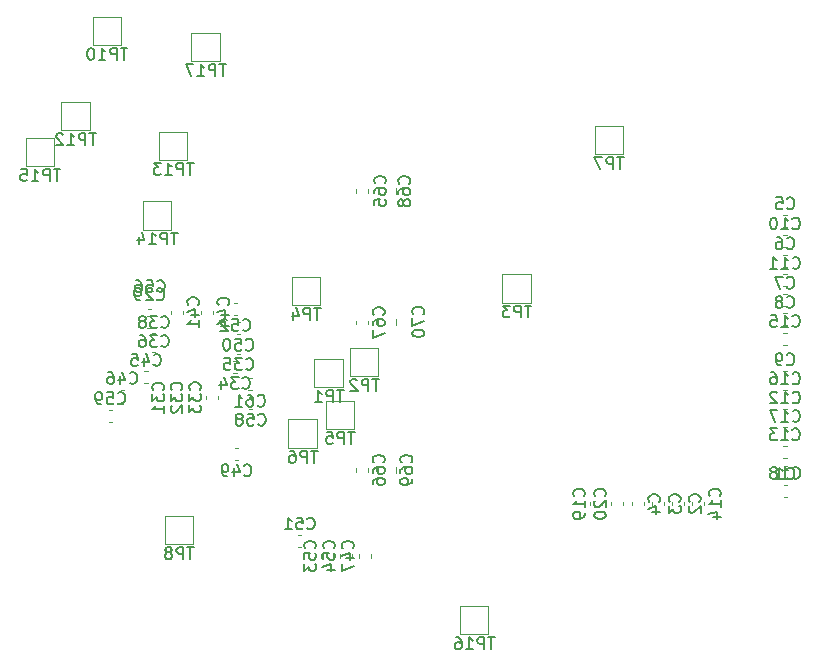
<source format=gbr>
%TF.GenerationSoftware,KiCad,Pcbnew,9.0.0*%
%TF.CreationDate,2025-02-27T19:38:36-05:00*%
%TF.ProjectId,S25-26,5332352d-3236-42e6-9b69-6361645f7063,rev?*%
%TF.SameCoordinates,Original*%
%TF.FileFunction,Legend,Bot*%
%TF.FilePolarity,Positive*%
%FSLAX46Y46*%
G04 Gerber Fmt 4.6, Leading zero omitted, Abs format (unit mm)*
G04 Created by KiCad (PCBNEW 9.0.0) date 2025-02-27 19:38:36*
%MOMM*%
%LPD*%
G01*
G04 APERTURE LIST*
%ADD10C,0.150000*%
%ADD11C,0.120000*%
G04 APERTURE END LIST*
D10*
X139992857Y-105579580D02*
X140040476Y-105627200D01*
X140040476Y-105627200D02*
X140183333Y-105674819D01*
X140183333Y-105674819D02*
X140278571Y-105674819D01*
X140278571Y-105674819D02*
X140421428Y-105627200D01*
X140421428Y-105627200D02*
X140516666Y-105531961D01*
X140516666Y-105531961D02*
X140564285Y-105436723D01*
X140564285Y-105436723D02*
X140611904Y-105246247D01*
X140611904Y-105246247D02*
X140611904Y-105103390D01*
X140611904Y-105103390D02*
X140564285Y-104912914D01*
X140564285Y-104912914D02*
X140516666Y-104817676D01*
X140516666Y-104817676D02*
X140421428Y-104722438D01*
X140421428Y-104722438D02*
X140278571Y-104674819D01*
X140278571Y-104674819D02*
X140183333Y-104674819D01*
X140183333Y-104674819D02*
X140040476Y-104722438D01*
X140040476Y-104722438D02*
X139992857Y-104770057D01*
X139659523Y-104674819D02*
X139040476Y-104674819D01*
X139040476Y-104674819D02*
X139373809Y-105055771D01*
X139373809Y-105055771D02*
X139230952Y-105055771D01*
X139230952Y-105055771D02*
X139135714Y-105103390D01*
X139135714Y-105103390D02*
X139088095Y-105151009D01*
X139088095Y-105151009D02*
X139040476Y-105246247D01*
X139040476Y-105246247D02*
X139040476Y-105484342D01*
X139040476Y-105484342D02*
X139088095Y-105579580D01*
X139088095Y-105579580D02*
X139135714Y-105627200D01*
X139135714Y-105627200D02*
X139230952Y-105674819D01*
X139230952Y-105674819D02*
X139516666Y-105674819D01*
X139516666Y-105674819D02*
X139611904Y-105627200D01*
X139611904Y-105627200D02*
X139659523Y-105579580D01*
X138469047Y-105103390D02*
X138564285Y-105055771D01*
X138564285Y-105055771D02*
X138611904Y-105008152D01*
X138611904Y-105008152D02*
X138659523Y-104912914D01*
X138659523Y-104912914D02*
X138659523Y-104865295D01*
X138659523Y-104865295D02*
X138611904Y-104770057D01*
X138611904Y-104770057D02*
X138564285Y-104722438D01*
X138564285Y-104722438D02*
X138469047Y-104674819D01*
X138469047Y-104674819D02*
X138278571Y-104674819D01*
X138278571Y-104674819D02*
X138183333Y-104722438D01*
X138183333Y-104722438D02*
X138135714Y-104770057D01*
X138135714Y-104770057D02*
X138088095Y-104865295D01*
X138088095Y-104865295D02*
X138088095Y-104912914D01*
X138088095Y-104912914D02*
X138135714Y-105008152D01*
X138135714Y-105008152D02*
X138183333Y-105055771D01*
X138183333Y-105055771D02*
X138278571Y-105103390D01*
X138278571Y-105103390D02*
X138469047Y-105103390D01*
X138469047Y-105103390D02*
X138564285Y-105151009D01*
X138564285Y-105151009D02*
X138611904Y-105198628D01*
X138611904Y-105198628D02*
X138659523Y-105293866D01*
X138659523Y-105293866D02*
X138659523Y-105484342D01*
X138659523Y-105484342D02*
X138611904Y-105579580D01*
X138611904Y-105579580D02*
X138564285Y-105627200D01*
X138564285Y-105627200D02*
X138469047Y-105674819D01*
X138469047Y-105674819D02*
X138278571Y-105674819D01*
X138278571Y-105674819D02*
X138183333Y-105627200D01*
X138183333Y-105627200D02*
X138135714Y-105579580D01*
X138135714Y-105579580D02*
X138088095Y-105484342D01*
X138088095Y-105484342D02*
X138088095Y-105293866D01*
X138088095Y-105293866D02*
X138135714Y-105198628D01*
X138135714Y-105198628D02*
X138183333Y-105151009D01*
X138183333Y-105151009D02*
X138278571Y-105103390D01*
X146892857Y-105839580D02*
X146940476Y-105887200D01*
X146940476Y-105887200D02*
X147083333Y-105934819D01*
X147083333Y-105934819D02*
X147178571Y-105934819D01*
X147178571Y-105934819D02*
X147321428Y-105887200D01*
X147321428Y-105887200D02*
X147416666Y-105791961D01*
X147416666Y-105791961D02*
X147464285Y-105696723D01*
X147464285Y-105696723D02*
X147511904Y-105506247D01*
X147511904Y-105506247D02*
X147511904Y-105363390D01*
X147511904Y-105363390D02*
X147464285Y-105172914D01*
X147464285Y-105172914D02*
X147416666Y-105077676D01*
X147416666Y-105077676D02*
X147321428Y-104982438D01*
X147321428Y-104982438D02*
X147178571Y-104934819D01*
X147178571Y-104934819D02*
X147083333Y-104934819D01*
X147083333Y-104934819D02*
X146940476Y-104982438D01*
X146940476Y-104982438D02*
X146892857Y-105030057D01*
X145988095Y-104934819D02*
X146464285Y-104934819D01*
X146464285Y-104934819D02*
X146511904Y-105411009D01*
X146511904Y-105411009D02*
X146464285Y-105363390D01*
X146464285Y-105363390D02*
X146369047Y-105315771D01*
X146369047Y-105315771D02*
X146130952Y-105315771D01*
X146130952Y-105315771D02*
X146035714Y-105363390D01*
X146035714Y-105363390D02*
X145988095Y-105411009D01*
X145988095Y-105411009D02*
X145940476Y-105506247D01*
X145940476Y-105506247D02*
X145940476Y-105744342D01*
X145940476Y-105744342D02*
X145988095Y-105839580D01*
X145988095Y-105839580D02*
X146035714Y-105887200D01*
X146035714Y-105887200D02*
X146130952Y-105934819D01*
X146130952Y-105934819D02*
X146369047Y-105934819D01*
X146369047Y-105934819D02*
X146464285Y-105887200D01*
X146464285Y-105887200D02*
X146511904Y-105839580D01*
X145559523Y-105030057D02*
X145511904Y-104982438D01*
X145511904Y-104982438D02*
X145416666Y-104934819D01*
X145416666Y-104934819D02*
X145178571Y-104934819D01*
X145178571Y-104934819D02*
X145083333Y-104982438D01*
X145083333Y-104982438D02*
X145035714Y-105030057D01*
X145035714Y-105030057D02*
X144988095Y-105125295D01*
X144988095Y-105125295D02*
X144988095Y-105220533D01*
X144988095Y-105220533D02*
X145035714Y-105363390D01*
X145035714Y-105363390D02*
X145607142Y-105934819D01*
X145607142Y-105934819D02*
X144988095Y-105934819D01*
X139607857Y-103229580D02*
X139655476Y-103277200D01*
X139655476Y-103277200D02*
X139798333Y-103324819D01*
X139798333Y-103324819D02*
X139893571Y-103324819D01*
X139893571Y-103324819D02*
X140036428Y-103277200D01*
X140036428Y-103277200D02*
X140131666Y-103181961D01*
X140131666Y-103181961D02*
X140179285Y-103086723D01*
X140179285Y-103086723D02*
X140226904Y-102896247D01*
X140226904Y-102896247D02*
X140226904Y-102753390D01*
X140226904Y-102753390D02*
X140179285Y-102562914D01*
X140179285Y-102562914D02*
X140131666Y-102467676D01*
X140131666Y-102467676D02*
X140036428Y-102372438D01*
X140036428Y-102372438D02*
X139893571Y-102324819D01*
X139893571Y-102324819D02*
X139798333Y-102324819D01*
X139798333Y-102324819D02*
X139655476Y-102372438D01*
X139655476Y-102372438D02*
X139607857Y-102420057D01*
X139226904Y-102420057D02*
X139179285Y-102372438D01*
X139179285Y-102372438D02*
X139084047Y-102324819D01*
X139084047Y-102324819D02*
X138845952Y-102324819D01*
X138845952Y-102324819D02*
X138750714Y-102372438D01*
X138750714Y-102372438D02*
X138703095Y-102420057D01*
X138703095Y-102420057D02*
X138655476Y-102515295D01*
X138655476Y-102515295D02*
X138655476Y-102610533D01*
X138655476Y-102610533D02*
X138703095Y-102753390D01*
X138703095Y-102753390D02*
X139274523Y-103324819D01*
X139274523Y-103324819D02*
X138655476Y-103324819D01*
X138179285Y-103324819D02*
X137988809Y-103324819D01*
X137988809Y-103324819D02*
X137893571Y-103277200D01*
X137893571Y-103277200D02*
X137845952Y-103229580D01*
X137845952Y-103229580D02*
X137750714Y-103086723D01*
X137750714Y-103086723D02*
X137703095Y-102896247D01*
X137703095Y-102896247D02*
X137703095Y-102515295D01*
X137703095Y-102515295D02*
X137750714Y-102420057D01*
X137750714Y-102420057D02*
X137798333Y-102372438D01*
X137798333Y-102372438D02*
X137893571Y-102324819D01*
X137893571Y-102324819D02*
X138084047Y-102324819D01*
X138084047Y-102324819D02*
X138179285Y-102372438D01*
X138179285Y-102372438D02*
X138226904Y-102420057D01*
X138226904Y-102420057D02*
X138274523Y-102515295D01*
X138274523Y-102515295D02*
X138274523Y-102753390D01*
X138274523Y-102753390D02*
X138226904Y-102848628D01*
X138226904Y-102848628D02*
X138179285Y-102896247D01*
X138179285Y-102896247D02*
X138084047Y-102943866D01*
X138084047Y-102943866D02*
X137893571Y-102943866D01*
X137893571Y-102943866D02*
X137798333Y-102896247D01*
X137798333Y-102896247D02*
X137750714Y-102848628D01*
X137750714Y-102848628D02*
X137703095Y-102753390D01*
X171311904Y-103777819D02*
X170740476Y-103777819D01*
X171026190Y-104777819D02*
X171026190Y-103777819D01*
X170407142Y-104777819D02*
X170407142Y-103777819D01*
X170407142Y-103777819D02*
X170026190Y-103777819D01*
X170026190Y-103777819D02*
X169930952Y-103825438D01*
X169930952Y-103825438D02*
X169883333Y-103873057D01*
X169883333Y-103873057D02*
X169835714Y-103968295D01*
X169835714Y-103968295D02*
X169835714Y-104111152D01*
X169835714Y-104111152D02*
X169883333Y-104206390D01*
X169883333Y-104206390D02*
X169930952Y-104254009D01*
X169930952Y-104254009D02*
X170026190Y-104301628D01*
X170026190Y-104301628D02*
X170407142Y-104301628D01*
X169502380Y-103777819D02*
X168883333Y-103777819D01*
X168883333Y-103777819D02*
X169216666Y-104158771D01*
X169216666Y-104158771D02*
X169073809Y-104158771D01*
X169073809Y-104158771D02*
X168978571Y-104206390D01*
X168978571Y-104206390D02*
X168930952Y-104254009D01*
X168930952Y-104254009D02*
X168883333Y-104349247D01*
X168883333Y-104349247D02*
X168883333Y-104587342D01*
X168883333Y-104587342D02*
X168930952Y-104682580D01*
X168930952Y-104682580D02*
X168978571Y-104730200D01*
X168978571Y-104730200D02*
X169073809Y-104777819D01*
X169073809Y-104777819D02*
X169359523Y-104777819D01*
X169359523Y-104777819D02*
X169454761Y-104730200D01*
X169454761Y-104730200D02*
X169502380Y-104682580D01*
X145639580Y-103732142D02*
X145687200Y-103684523D01*
X145687200Y-103684523D02*
X145734819Y-103541666D01*
X145734819Y-103541666D02*
X145734819Y-103446428D01*
X145734819Y-103446428D02*
X145687200Y-103303571D01*
X145687200Y-103303571D02*
X145591961Y-103208333D01*
X145591961Y-103208333D02*
X145496723Y-103160714D01*
X145496723Y-103160714D02*
X145306247Y-103113095D01*
X145306247Y-103113095D02*
X145163390Y-103113095D01*
X145163390Y-103113095D02*
X144972914Y-103160714D01*
X144972914Y-103160714D02*
X144877676Y-103208333D01*
X144877676Y-103208333D02*
X144782438Y-103303571D01*
X144782438Y-103303571D02*
X144734819Y-103446428D01*
X144734819Y-103446428D02*
X144734819Y-103541666D01*
X144734819Y-103541666D02*
X144782438Y-103684523D01*
X144782438Y-103684523D02*
X144830057Y-103732142D01*
X145068152Y-104589285D02*
X145734819Y-104589285D01*
X144687200Y-104351190D02*
X145401485Y-104113095D01*
X145401485Y-104113095D02*
X145401485Y-104732142D01*
X145068152Y-105541666D02*
X145734819Y-105541666D01*
X144687200Y-105303571D02*
X145401485Y-105065476D01*
X145401485Y-105065476D02*
X145401485Y-105684523D01*
X154579580Y-124332142D02*
X154627200Y-124284523D01*
X154627200Y-124284523D02*
X154674819Y-124141666D01*
X154674819Y-124141666D02*
X154674819Y-124046428D01*
X154674819Y-124046428D02*
X154627200Y-123903571D01*
X154627200Y-123903571D02*
X154531961Y-123808333D01*
X154531961Y-123808333D02*
X154436723Y-123760714D01*
X154436723Y-123760714D02*
X154246247Y-123713095D01*
X154246247Y-123713095D02*
X154103390Y-123713095D01*
X154103390Y-123713095D02*
X153912914Y-123760714D01*
X153912914Y-123760714D02*
X153817676Y-123808333D01*
X153817676Y-123808333D02*
X153722438Y-123903571D01*
X153722438Y-123903571D02*
X153674819Y-124046428D01*
X153674819Y-124046428D02*
X153674819Y-124141666D01*
X153674819Y-124141666D02*
X153722438Y-124284523D01*
X153722438Y-124284523D02*
X153770057Y-124332142D01*
X153674819Y-125236904D02*
X153674819Y-124760714D01*
X153674819Y-124760714D02*
X154151009Y-124713095D01*
X154151009Y-124713095D02*
X154103390Y-124760714D01*
X154103390Y-124760714D02*
X154055771Y-124855952D01*
X154055771Y-124855952D02*
X154055771Y-125094047D01*
X154055771Y-125094047D02*
X154103390Y-125189285D01*
X154103390Y-125189285D02*
X154151009Y-125236904D01*
X154151009Y-125236904D02*
X154246247Y-125284523D01*
X154246247Y-125284523D02*
X154484342Y-125284523D01*
X154484342Y-125284523D02*
X154579580Y-125236904D01*
X154579580Y-125236904D02*
X154627200Y-125189285D01*
X154627200Y-125189285D02*
X154674819Y-125094047D01*
X154674819Y-125094047D02*
X154674819Y-124855952D01*
X154674819Y-124855952D02*
X154627200Y-124760714D01*
X154627200Y-124760714D02*
X154579580Y-124713095D01*
X154008152Y-126141666D02*
X154674819Y-126141666D01*
X153627200Y-125903571D02*
X154341485Y-125665476D01*
X154341485Y-125665476D02*
X154341485Y-126284523D01*
X168213094Y-131877819D02*
X167641666Y-131877819D01*
X167927380Y-132877819D02*
X167927380Y-131877819D01*
X167308332Y-132877819D02*
X167308332Y-131877819D01*
X167308332Y-131877819D02*
X166927380Y-131877819D01*
X166927380Y-131877819D02*
X166832142Y-131925438D01*
X166832142Y-131925438D02*
X166784523Y-131973057D01*
X166784523Y-131973057D02*
X166736904Y-132068295D01*
X166736904Y-132068295D02*
X166736904Y-132211152D01*
X166736904Y-132211152D02*
X166784523Y-132306390D01*
X166784523Y-132306390D02*
X166832142Y-132354009D01*
X166832142Y-132354009D02*
X166927380Y-132401628D01*
X166927380Y-132401628D02*
X167308332Y-132401628D01*
X165784523Y-132877819D02*
X166355951Y-132877819D01*
X166070237Y-132877819D02*
X166070237Y-131877819D01*
X166070237Y-131877819D02*
X166165475Y-132020676D01*
X166165475Y-132020676D02*
X166260713Y-132115914D01*
X166260713Y-132115914D02*
X166355951Y-132163533D01*
X164927380Y-131877819D02*
X165117856Y-131877819D01*
X165117856Y-131877819D02*
X165213094Y-131925438D01*
X165213094Y-131925438D02*
X165260713Y-131973057D01*
X165260713Y-131973057D02*
X165355951Y-132115914D01*
X165355951Y-132115914D02*
X165403570Y-132306390D01*
X165403570Y-132306390D02*
X165403570Y-132687342D01*
X165403570Y-132687342D02*
X165355951Y-132782580D01*
X165355951Y-132782580D02*
X165308332Y-132830200D01*
X165308332Y-132830200D02*
X165213094Y-132877819D01*
X165213094Y-132877819D02*
X165022618Y-132877819D01*
X165022618Y-132877819D02*
X164927380Y-132830200D01*
X164927380Y-132830200D02*
X164879761Y-132782580D01*
X164879761Y-132782580D02*
X164832142Y-132687342D01*
X164832142Y-132687342D02*
X164832142Y-132449247D01*
X164832142Y-132449247D02*
X164879761Y-132354009D01*
X164879761Y-132354009D02*
X164927380Y-132306390D01*
X164927380Y-132306390D02*
X165022618Y-132258771D01*
X165022618Y-132258771D02*
X165213094Y-132258771D01*
X165213094Y-132258771D02*
X165308332Y-132306390D01*
X165308332Y-132306390D02*
X165355951Y-132354009D01*
X165355951Y-132354009D02*
X165403570Y-132449247D01*
X161139580Y-117057142D02*
X161187200Y-117009523D01*
X161187200Y-117009523D02*
X161234819Y-116866666D01*
X161234819Y-116866666D02*
X161234819Y-116771428D01*
X161234819Y-116771428D02*
X161187200Y-116628571D01*
X161187200Y-116628571D02*
X161091961Y-116533333D01*
X161091961Y-116533333D02*
X160996723Y-116485714D01*
X160996723Y-116485714D02*
X160806247Y-116438095D01*
X160806247Y-116438095D02*
X160663390Y-116438095D01*
X160663390Y-116438095D02*
X160472914Y-116485714D01*
X160472914Y-116485714D02*
X160377676Y-116533333D01*
X160377676Y-116533333D02*
X160282438Y-116628571D01*
X160282438Y-116628571D02*
X160234819Y-116771428D01*
X160234819Y-116771428D02*
X160234819Y-116866666D01*
X160234819Y-116866666D02*
X160282438Y-117009523D01*
X160282438Y-117009523D02*
X160330057Y-117057142D01*
X160234819Y-117914285D02*
X160234819Y-117723809D01*
X160234819Y-117723809D02*
X160282438Y-117628571D01*
X160282438Y-117628571D02*
X160330057Y-117580952D01*
X160330057Y-117580952D02*
X160472914Y-117485714D01*
X160472914Y-117485714D02*
X160663390Y-117438095D01*
X160663390Y-117438095D02*
X161044342Y-117438095D01*
X161044342Y-117438095D02*
X161139580Y-117485714D01*
X161139580Y-117485714D02*
X161187200Y-117533333D01*
X161187200Y-117533333D02*
X161234819Y-117628571D01*
X161234819Y-117628571D02*
X161234819Y-117819047D01*
X161234819Y-117819047D02*
X161187200Y-117914285D01*
X161187200Y-117914285D02*
X161139580Y-117961904D01*
X161139580Y-117961904D02*
X161044342Y-118009523D01*
X161044342Y-118009523D02*
X160806247Y-118009523D01*
X160806247Y-118009523D02*
X160711009Y-117961904D01*
X160711009Y-117961904D02*
X160663390Y-117914285D01*
X160663390Y-117914285D02*
X160615771Y-117819047D01*
X160615771Y-117819047D02*
X160615771Y-117628571D01*
X160615771Y-117628571D02*
X160663390Y-117533333D01*
X160663390Y-117533333D02*
X160711009Y-117485714D01*
X160711009Y-117485714D02*
X160806247Y-117438095D01*
X161234819Y-118485714D02*
X161234819Y-118676190D01*
X161234819Y-118676190D02*
X161187200Y-118771428D01*
X161187200Y-118771428D02*
X161139580Y-118819047D01*
X161139580Y-118819047D02*
X160996723Y-118914285D01*
X160996723Y-118914285D02*
X160806247Y-118961904D01*
X160806247Y-118961904D02*
X160425295Y-118961904D01*
X160425295Y-118961904D02*
X160330057Y-118914285D01*
X160330057Y-118914285D02*
X160282438Y-118866666D01*
X160282438Y-118866666D02*
X160234819Y-118771428D01*
X160234819Y-118771428D02*
X160234819Y-118580952D01*
X160234819Y-118580952D02*
X160282438Y-118485714D01*
X160282438Y-118485714D02*
X160330057Y-118438095D01*
X160330057Y-118438095D02*
X160425295Y-118390476D01*
X160425295Y-118390476D02*
X160663390Y-118390476D01*
X160663390Y-118390476D02*
X160758628Y-118438095D01*
X160758628Y-118438095D02*
X160806247Y-118485714D01*
X160806247Y-118485714D02*
X160853866Y-118580952D01*
X160853866Y-118580952D02*
X160853866Y-118771428D01*
X160853866Y-118771428D02*
X160806247Y-118866666D01*
X160806247Y-118866666D02*
X160758628Y-118914285D01*
X160758628Y-118914285D02*
X160663390Y-118961904D01*
X148142857Y-112239580D02*
X148190476Y-112287200D01*
X148190476Y-112287200D02*
X148333333Y-112334819D01*
X148333333Y-112334819D02*
X148428571Y-112334819D01*
X148428571Y-112334819D02*
X148571428Y-112287200D01*
X148571428Y-112287200D02*
X148666666Y-112191961D01*
X148666666Y-112191961D02*
X148714285Y-112096723D01*
X148714285Y-112096723D02*
X148761904Y-111906247D01*
X148761904Y-111906247D02*
X148761904Y-111763390D01*
X148761904Y-111763390D02*
X148714285Y-111572914D01*
X148714285Y-111572914D02*
X148666666Y-111477676D01*
X148666666Y-111477676D02*
X148571428Y-111382438D01*
X148571428Y-111382438D02*
X148428571Y-111334819D01*
X148428571Y-111334819D02*
X148333333Y-111334819D01*
X148333333Y-111334819D02*
X148190476Y-111382438D01*
X148190476Y-111382438D02*
X148142857Y-111430057D01*
X147285714Y-111334819D02*
X147476190Y-111334819D01*
X147476190Y-111334819D02*
X147571428Y-111382438D01*
X147571428Y-111382438D02*
X147619047Y-111430057D01*
X147619047Y-111430057D02*
X147714285Y-111572914D01*
X147714285Y-111572914D02*
X147761904Y-111763390D01*
X147761904Y-111763390D02*
X147761904Y-112144342D01*
X147761904Y-112144342D02*
X147714285Y-112239580D01*
X147714285Y-112239580D02*
X147666666Y-112287200D01*
X147666666Y-112287200D02*
X147571428Y-112334819D01*
X147571428Y-112334819D02*
X147380952Y-112334819D01*
X147380952Y-112334819D02*
X147285714Y-112287200D01*
X147285714Y-112287200D02*
X147238095Y-112239580D01*
X147238095Y-112239580D02*
X147190476Y-112144342D01*
X147190476Y-112144342D02*
X147190476Y-111906247D01*
X147190476Y-111906247D02*
X147238095Y-111811009D01*
X147238095Y-111811009D02*
X147285714Y-111763390D01*
X147285714Y-111763390D02*
X147380952Y-111715771D01*
X147380952Y-111715771D02*
X147571428Y-111715771D01*
X147571428Y-111715771D02*
X147666666Y-111763390D01*
X147666666Y-111763390D02*
X147714285Y-111811009D01*
X147714285Y-111811009D02*
X147761904Y-111906247D01*
X146238095Y-112334819D02*
X146809523Y-112334819D01*
X146523809Y-112334819D02*
X146523809Y-111334819D01*
X146523809Y-111334819D02*
X146619047Y-111477676D01*
X146619047Y-111477676D02*
X146714285Y-111572914D01*
X146714285Y-111572914D02*
X146809523Y-111620533D01*
X183849580Y-120388333D02*
X183897200Y-120340714D01*
X183897200Y-120340714D02*
X183944819Y-120197857D01*
X183944819Y-120197857D02*
X183944819Y-120102619D01*
X183944819Y-120102619D02*
X183897200Y-119959762D01*
X183897200Y-119959762D02*
X183801961Y-119864524D01*
X183801961Y-119864524D02*
X183706723Y-119816905D01*
X183706723Y-119816905D02*
X183516247Y-119769286D01*
X183516247Y-119769286D02*
X183373390Y-119769286D01*
X183373390Y-119769286D02*
X183182914Y-119816905D01*
X183182914Y-119816905D02*
X183087676Y-119864524D01*
X183087676Y-119864524D02*
X182992438Y-119959762D01*
X182992438Y-119959762D02*
X182944819Y-120102619D01*
X182944819Y-120102619D02*
X182944819Y-120197857D01*
X182944819Y-120197857D02*
X182992438Y-120340714D01*
X182992438Y-120340714D02*
X183040057Y-120388333D01*
X182944819Y-120721667D02*
X182944819Y-121340714D01*
X182944819Y-121340714D02*
X183325771Y-121007381D01*
X183325771Y-121007381D02*
X183325771Y-121150238D01*
X183325771Y-121150238D02*
X183373390Y-121245476D01*
X183373390Y-121245476D02*
X183421009Y-121293095D01*
X183421009Y-121293095D02*
X183516247Y-121340714D01*
X183516247Y-121340714D02*
X183754342Y-121340714D01*
X183754342Y-121340714D02*
X183849580Y-121293095D01*
X183849580Y-121293095D02*
X183897200Y-121245476D01*
X183897200Y-121245476D02*
X183944819Y-121150238D01*
X183944819Y-121150238D02*
X183944819Y-120864524D01*
X183944819Y-120864524D02*
X183897200Y-120769286D01*
X183897200Y-120769286D02*
X183849580Y-120721667D01*
X152342857Y-122629580D02*
X152390476Y-122677200D01*
X152390476Y-122677200D02*
X152533333Y-122724819D01*
X152533333Y-122724819D02*
X152628571Y-122724819D01*
X152628571Y-122724819D02*
X152771428Y-122677200D01*
X152771428Y-122677200D02*
X152866666Y-122581961D01*
X152866666Y-122581961D02*
X152914285Y-122486723D01*
X152914285Y-122486723D02*
X152961904Y-122296247D01*
X152961904Y-122296247D02*
X152961904Y-122153390D01*
X152961904Y-122153390D02*
X152914285Y-121962914D01*
X152914285Y-121962914D02*
X152866666Y-121867676D01*
X152866666Y-121867676D02*
X152771428Y-121772438D01*
X152771428Y-121772438D02*
X152628571Y-121724819D01*
X152628571Y-121724819D02*
X152533333Y-121724819D01*
X152533333Y-121724819D02*
X152390476Y-121772438D01*
X152390476Y-121772438D02*
X152342857Y-121820057D01*
X151438095Y-121724819D02*
X151914285Y-121724819D01*
X151914285Y-121724819D02*
X151961904Y-122201009D01*
X151961904Y-122201009D02*
X151914285Y-122153390D01*
X151914285Y-122153390D02*
X151819047Y-122105771D01*
X151819047Y-122105771D02*
X151580952Y-122105771D01*
X151580952Y-122105771D02*
X151485714Y-122153390D01*
X151485714Y-122153390D02*
X151438095Y-122201009D01*
X151438095Y-122201009D02*
X151390476Y-122296247D01*
X151390476Y-122296247D02*
X151390476Y-122534342D01*
X151390476Y-122534342D02*
X151438095Y-122629580D01*
X151438095Y-122629580D02*
X151485714Y-122677200D01*
X151485714Y-122677200D02*
X151580952Y-122724819D01*
X151580952Y-122724819D02*
X151819047Y-122724819D01*
X151819047Y-122724819D02*
X151914285Y-122677200D01*
X151914285Y-122677200D02*
X151961904Y-122629580D01*
X150438095Y-122724819D02*
X151009523Y-122724819D01*
X150723809Y-122724819D02*
X150723809Y-121724819D01*
X150723809Y-121724819D02*
X150819047Y-121867676D01*
X150819047Y-121867676D02*
X150914285Y-121962914D01*
X150914285Y-121962914D02*
X151009523Y-122010533D01*
X192956666Y-98909580D02*
X193004285Y-98957200D01*
X193004285Y-98957200D02*
X193147142Y-99004819D01*
X193147142Y-99004819D02*
X193242380Y-99004819D01*
X193242380Y-99004819D02*
X193385237Y-98957200D01*
X193385237Y-98957200D02*
X193480475Y-98861961D01*
X193480475Y-98861961D02*
X193528094Y-98766723D01*
X193528094Y-98766723D02*
X193575713Y-98576247D01*
X193575713Y-98576247D02*
X193575713Y-98433390D01*
X193575713Y-98433390D02*
X193528094Y-98242914D01*
X193528094Y-98242914D02*
X193480475Y-98147676D01*
X193480475Y-98147676D02*
X193385237Y-98052438D01*
X193385237Y-98052438D02*
X193242380Y-98004819D01*
X193242380Y-98004819D02*
X193147142Y-98004819D01*
X193147142Y-98004819D02*
X193004285Y-98052438D01*
X193004285Y-98052438D02*
X192956666Y-98100057D01*
X192099523Y-98004819D02*
X192289999Y-98004819D01*
X192289999Y-98004819D02*
X192385237Y-98052438D01*
X192385237Y-98052438D02*
X192432856Y-98100057D01*
X192432856Y-98100057D02*
X192528094Y-98242914D01*
X192528094Y-98242914D02*
X192575713Y-98433390D01*
X192575713Y-98433390D02*
X192575713Y-98814342D01*
X192575713Y-98814342D02*
X192528094Y-98909580D01*
X192528094Y-98909580D02*
X192480475Y-98957200D01*
X192480475Y-98957200D02*
X192385237Y-99004819D01*
X192385237Y-99004819D02*
X192194761Y-99004819D01*
X192194761Y-99004819D02*
X192099523Y-98957200D01*
X192099523Y-98957200D02*
X192051904Y-98909580D01*
X192051904Y-98909580D02*
X192004285Y-98814342D01*
X192004285Y-98814342D02*
X192004285Y-98576247D01*
X192004285Y-98576247D02*
X192051904Y-98481009D01*
X192051904Y-98481009D02*
X192099523Y-98433390D01*
X192099523Y-98433390D02*
X192194761Y-98385771D01*
X192194761Y-98385771D02*
X192385237Y-98385771D01*
X192385237Y-98385771D02*
X192480475Y-98433390D01*
X192480475Y-98433390D02*
X192528094Y-98481009D01*
X192528094Y-98481009D02*
X192575713Y-98576247D01*
X158789580Y-104557142D02*
X158837200Y-104509523D01*
X158837200Y-104509523D02*
X158884819Y-104366666D01*
X158884819Y-104366666D02*
X158884819Y-104271428D01*
X158884819Y-104271428D02*
X158837200Y-104128571D01*
X158837200Y-104128571D02*
X158741961Y-104033333D01*
X158741961Y-104033333D02*
X158646723Y-103985714D01*
X158646723Y-103985714D02*
X158456247Y-103938095D01*
X158456247Y-103938095D02*
X158313390Y-103938095D01*
X158313390Y-103938095D02*
X158122914Y-103985714D01*
X158122914Y-103985714D02*
X158027676Y-104033333D01*
X158027676Y-104033333D02*
X157932438Y-104128571D01*
X157932438Y-104128571D02*
X157884819Y-104271428D01*
X157884819Y-104271428D02*
X157884819Y-104366666D01*
X157884819Y-104366666D02*
X157932438Y-104509523D01*
X157932438Y-104509523D02*
X157980057Y-104557142D01*
X157884819Y-105414285D02*
X157884819Y-105223809D01*
X157884819Y-105223809D02*
X157932438Y-105128571D01*
X157932438Y-105128571D02*
X157980057Y-105080952D01*
X157980057Y-105080952D02*
X158122914Y-104985714D01*
X158122914Y-104985714D02*
X158313390Y-104938095D01*
X158313390Y-104938095D02*
X158694342Y-104938095D01*
X158694342Y-104938095D02*
X158789580Y-104985714D01*
X158789580Y-104985714D02*
X158837200Y-105033333D01*
X158837200Y-105033333D02*
X158884819Y-105128571D01*
X158884819Y-105128571D02*
X158884819Y-105319047D01*
X158884819Y-105319047D02*
X158837200Y-105414285D01*
X158837200Y-105414285D02*
X158789580Y-105461904D01*
X158789580Y-105461904D02*
X158694342Y-105509523D01*
X158694342Y-105509523D02*
X158456247Y-105509523D01*
X158456247Y-105509523D02*
X158361009Y-105461904D01*
X158361009Y-105461904D02*
X158313390Y-105414285D01*
X158313390Y-105414285D02*
X158265771Y-105319047D01*
X158265771Y-105319047D02*
X158265771Y-105128571D01*
X158265771Y-105128571D02*
X158313390Y-105033333D01*
X158313390Y-105033333D02*
X158361009Y-104985714D01*
X158361009Y-104985714D02*
X158456247Y-104938095D01*
X157884819Y-105842857D02*
X157884819Y-106509523D01*
X157884819Y-106509523D02*
X158884819Y-106080952D01*
X146992857Y-118139580D02*
X147040476Y-118187200D01*
X147040476Y-118187200D02*
X147183333Y-118234819D01*
X147183333Y-118234819D02*
X147278571Y-118234819D01*
X147278571Y-118234819D02*
X147421428Y-118187200D01*
X147421428Y-118187200D02*
X147516666Y-118091961D01*
X147516666Y-118091961D02*
X147564285Y-117996723D01*
X147564285Y-117996723D02*
X147611904Y-117806247D01*
X147611904Y-117806247D02*
X147611904Y-117663390D01*
X147611904Y-117663390D02*
X147564285Y-117472914D01*
X147564285Y-117472914D02*
X147516666Y-117377676D01*
X147516666Y-117377676D02*
X147421428Y-117282438D01*
X147421428Y-117282438D02*
X147278571Y-117234819D01*
X147278571Y-117234819D02*
X147183333Y-117234819D01*
X147183333Y-117234819D02*
X147040476Y-117282438D01*
X147040476Y-117282438D02*
X146992857Y-117330057D01*
X146135714Y-117568152D02*
X146135714Y-118234819D01*
X146373809Y-117187200D02*
X146611904Y-117901485D01*
X146611904Y-117901485D02*
X145992857Y-117901485D01*
X145564285Y-118234819D02*
X145373809Y-118234819D01*
X145373809Y-118234819D02*
X145278571Y-118187200D01*
X145278571Y-118187200D02*
X145230952Y-118139580D01*
X145230952Y-118139580D02*
X145135714Y-117996723D01*
X145135714Y-117996723D02*
X145088095Y-117806247D01*
X145088095Y-117806247D02*
X145088095Y-117425295D01*
X145088095Y-117425295D02*
X145135714Y-117330057D01*
X145135714Y-117330057D02*
X145183333Y-117282438D01*
X145183333Y-117282438D02*
X145278571Y-117234819D01*
X145278571Y-117234819D02*
X145469047Y-117234819D01*
X145469047Y-117234819D02*
X145564285Y-117282438D01*
X145564285Y-117282438D02*
X145611904Y-117330057D01*
X145611904Y-117330057D02*
X145659523Y-117425295D01*
X145659523Y-117425295D02*
X145659523Y-117663390D01*
X145659523Y-117663390D02*
X145611904Y-117758628D01*
X145611904Y-117758628D02*
X145564285Y-117806247D01*
X145564285Y-117806247D02*
X145469047Y-117853866D01*
X145469047Y-117853866D02*
X145278571Y-117853866D01*
X145278571Y-117853866D02*
X145183333Y-117806247D01*
X145183333Y-117806247D02*
X145135714Y-117758628D01*
X145135714Y-117758628D02*
X145088095Y-117663390D01*
X192946666Y-103879580D02*
X192994285Y-103927200D01*
X192994285Y-103927200D02*
X193137142Y-103974819D01*
X193137142Y-103974819D02*
X193232380Y-103974819D01*
X193232380Y-103974819D02*
X193375237Y-103927200D01*
X193375237Y-103927200D02*
X193470475Y-103831961D01*
X193470475Y-103831961D02*
X193518094Y-103736723D01*
X193518094Y-103736723D02*
X193565713Y-103546247D01*
X193565713Y-103546247D02*
X193565713Y-103403390D01*
X193565713Y-103403390D02*
X193518094Y-103212914D01*
X193518094Y-103212914D02*
X193470475Y-103117676D01*
X193470475Y-103117676D02*
X193375237Y-103022438D01*
X193375237Y-103022438D02*
X193232380Y-102974819D01*
X193232380Y-102974819D02*
X193137142Y-102974819D01*
X193137142Y-102974819D02*
X192994285Y-103022438D01*
X192994285Y-103022438D02*
X192946666Y-103070057D01*
X192375237Y-103403390D02*
X192470475Y-103355771D01*
X192470475Y-103355771D02*
X192518094Y-103308152D01*
X192518094Y-103308152D02*
X192565713Y-103212914D01*
X192565713Y-103212914D02*
X192565713Y-103165295D01*
X192565713Y-103165295D02*
X192518094Y-103070057D01*
X192518094Y-103070057D02*
X192470475Y-103022438D01*
X192470475Y-103022438D02*
X192375237Y-102974819D01*
X192375237Y-102974819D02*
X192184761Y-102974819D01*
X192184761Y-102974819D02*
X192089523Y-103022438D01*
X192089523Y-103022438D02*
X192041904Y-103070057D01*
X192041904Y-103070057D02*
X191994285Y-103165295D01*
X191994285Y-103165295D02*
X191994285Y-103212914D01*
X191994285Y-103212914D02*
X192041904Y-103308152D01*
X192041904Y-103308152D02*
X192089523Y-103355771D01*
X192089523Y-103355771D02*
X192184761Y-103403390D01*
X192184761Y-103403390D02*
X192375237Y-103403390D01*
X192375237Y-103403390D02*
X192470475Y-103451009D01*
X192470475Y-103451009D02*
X192518094Y-103498628D01*
X192518094Y-103498628D02*
X192565713Y-103593866D01*
X192565713Y-103593866D02*
X192565713Y-103784342D01*
X192565713Y-103784342D02*
X192518094Y-103879580D01*
X192518094Y-103879580D02*
X192470475Y-103927200D01*
X192470475Y-103927200D02*
X192375237Y-103974819D01*
X192375237Y-103974819D02*
X192184761Y-103974819D01*
X192184761Y-103974819D02*
X192089523Y-103927200D01*
X192089523Y-103927200D02*
X192041904Y-103879580D01*
X192041904Y-103879580D02*
X191994285Y-103784342D01*
X191994285Y-103784342D02*
X191994285Y-103593866D01*
X191994285Y-103593866D02*
X192041904Y-103498628D01*
X192041904Y-103498628D02*
X192089523Y-103451009D01*
X192089523Y-103451009D02*
X192184761Y-103403390D01*
X187249580Y-119892142D02*
X187297200Y-119844523D01*
X187297200Y-119844523D02*
X187344819Y-119701666D01*
X187344819Y-119701666D02*
X187344819Y-119606428D01*
X187344819Y-119606428D02*
X187297200Y-119463571D01*
X187297200Y-119463571D02*
X187201961Y-119368333D01*
X187201961Y-119368333D02*
X187106723Y-119320714D01*
X187106723Y-119320714D02*
X186916247Y-119273095D01*
X186916247Y-119273095D02*
X186773390Y-119273095D01*
X186773390Y-119273095D02*
X186582914Y-119320714D01*
X186582914Y-119320714D02*
X186487676Y-119368333D01*
X186487676Y-119368333D02*
X186392438Y-119463571D01*
X186392438Y-119463571D02*
X186344819Y-119606428D01*
X186344819Y-119606428D02*
X186344819Y-119701666D01*
X186344819Y-119701666D02*
X186392438Y-119844523D01*
X186392438Y-119844523D02*
X186440057Y-119892142D01*
X187344819Y-120844523D02*
X187344819Y-120273095D01*
X187344819Y-120558809D02*
X186344819Y-120558809D01*
X186344819Y-120558809D02*
X186487676Y-120463571D01*
X186487676Y-120463571D02*
X186582914Y-120368333D01*
X186582914Y-120368333D02*
X186630533Y-120273095D01*
X186678152Y-121701666D02*
X187344819Y-121701666D01*
X186297200Y-121463571D02*
X187011485Y-121225476D01*
X187011485Y-121225476D02*
X187011485Y-121844523D01*
X193422857Y-97229580D02*
X193470476Y-97277200D01*
X193470476Y-97277200D02*
X193613333Y-97324819D01*
X193613333Y-97324819D02*
X193708571Y-97324819D01*
X193708571Y-97324819D02*
X193851428Y-97277200D01*
X193851428Y-97277200D02*
X193946666Y-97181961D01*
X193946666Y-97181961D02*
X193994285Y-97086723D01*
X193994285Y-97086723D02*
X194041904Y-96896247D01*
X194041904Y-96896247D02*
X194041904Y-96753390D01*
X194041904Y-96753390D02*
X193994285Y-96562914D01*
X193994285Y-96562914D02*
X193946666Y-96467676D01*
X193946666Y-96467676D02*
X193851428Y-96372438D01*
X193851428Y-96372438D02*
X193708571Y-96324819D01*
X193708571Y-96324819D02*
X193613333Y-96324819D01*
X193613333Y-96324819D02*
X193470476Y-96372438D01*
X193470476Y-96372438D02*
X193422857Y-96420057D01*
X192470476Y-97324819D02*
X193041904Y-97324819D01*
X192756190Y-97324819D02*
X192756190Y-96324819D01*
X192756190Y-96324819D02*
X192851428Y-96467676D01*
X192851428Y-96467676D02*
X192946666Y-96562914D01*
X192946666Y-96562914D02*
X193041904Y-96610533D01*
X191851428Y-96324819D02*
X191756190Y-96324819D01*
X191756190Y-96324819D02*
X191660952Y-96372438D01*
X191660952Y-96372438D02*
X191613333Y-96420057D01*
X191613333Y-96420057D02*
X191565714Y-96515295D01*
X191565714Y-96515295D02*
X191518095Y-96705771D01*
X191518095Y-96705771D02*
X191518095Y-96943866D01*
X191518095Y-96943866D02*
X191565714Y-97134342D01*
X191565714Y-97134342D02*
X191613333Y-97229580D01*
X191613333Y-97229580D02*
X191660952Y-97277200D01*
X191660952Y-97277200D02*
X191756190Y-97324819D01*
X191756190Y-97324819D02*
X191851428Y-97324819D01*
X191851428Y-97324819D02*
X191946666Y-97277200D01*
X191946666Y-97277200D02*
X191994285Y-97229580D01*
X191994285Y-97229580D02*
X192041904Y-97134342D01*
X192041904Y-97134342D02*
X192089523Y-96943866D01*
X192089523Y-96943866D02*
X192089523Y-96705771D01*
X192089523Y-96705771D02*
X192041904Y-96515295D01*
X192041904Y-96515295D02*
X191994285Y-96420057D01*
X191994285Y-96420057D02*
X191946666Y-96372438D01*
X191946666Y-96372438D02*
X191851428Y-96324819D01*
X175749580Y-119917142D02*
X175797200Y-119869523D01*
X175797200Y-119869523D02*
X175844819Y-119726666D01*
X175844819Y-119726666D02*
X175844819Y-119631428D01*
X175844819Y-119631428D02*
X175797200Y-119488571D01*
X175797200Y-119488571D02*
X175701961Y-119393333D01*
X175701961Y-119393333D02*
X175606723Y-119345714D01*
X175606723Y-119345714D02*
X175416247Y-119298095D01*
X175416247Y-119298095D02*
X175273390Y-119298095D01*
X175273390Y-119298095D02*
X175082914Y-119345714D01*
X175082914Y-119345714D02*
X174987676Y-119393333D01*
X174987676Y-119393333D02*
X174892438Y-119488571D01*
X174892438Y-119488571D02*
X174844819Y-119631428D01*
X174844819Y-119631428D02*
X174844819Y-119726666D01*
X174844819Y-119726666D02*
X174892438Y-119869523D01*
X174892438Y-119869523D02*
X174940057Y-119917142D01*
X175844819Y-120869523D02*
X175844819Y-120298095D01*
X175844819Y-120583809D02*
X174844819Y-120583809D01*
X174844819Y-120583809D02*
X174987676Y-120488571D01*
X174987676Y-120488571D02*
X175082914Y-120393333D01*
X175082914Y-120393333D02*
X175130533Y-120298095D01*
X175844819Y-121345714D02*
X175844819Y-121536190D01*
X175844819Y-121536190D02*
X175797200Y-121631428D01*
X175797200Y-121631428D02*
X175749580Y-121679047D01*
X175749580Y-121679047D02*
X175606723Y-121774285D01*
X175606723Y-121774285D02*
X175416247Y-121821904D01*
X175416247Y-121821904D02*
X175035295Y-121821904D01*
X175035295Y-121821904D02*
X174940057Y-121774285D01*
X174940057Y-121774285D02*
X174892438Y-121726666D01*
X174892438Y-121726666D02*
X174844819Y-121631428D01*
X174844819Y-121631428D02*
X174844819Y-121440952D01*
X174844819Y-121440952D02*
X174892438Y-121345714D01*
X174892438Y-121345714D02*
X174940057Y-121298095D01*
X174940057Y-121298095D02*
X175035295Y-121250476D01*
X175035295Y-121250476D02*
X175273390Y-121250476D01*
X175273390Y-121250476D02*
X175368628Y-121298095D01*
X175368628Y-121298095D02*
X175416247Y-121345714D01*
X175416247Y-121345714D02*
X175463866Y-121440952D01*
X175463866Y-121440952D02*
X175463866Y-121631428D01*
X175463866Y-121631428D02*
X175416247Y-121726666D01*
X175416247Y-121726666D02*
X175368628Y-121774285D01*
X175368628Y-121774285D02*
X175273390Y-121821904D01*
X158411904Y-110002819D02*
X157840476Y-110002819D01*
X158126190Y-111002819D02*
X158126190Y-110002819D01*
X157507142Y-111002819D02*
X157507142Y-110002819D01*
X157507142Y-110002819D02*
X157126190Y-110002819D01*
X157126190Y-110002819D02*
X157030952Y-110050438D01*
X157030952Y-110050438D02*
X156983333Y-110098057D01*
X156983333Y-110098057D02*
X156935714Y-110193295D01*
X156935714Y-110193295D02*
X156935714Y-110336152D01*
X156935714Y-110336152D02*
X156983333Y-110431390D01*
X156983333Y-110431390D02*
X157030952Y-110479009D01*
X157030952Y-110479009D02*
X157126190Y-110526628D01*
X157126190Y-110526628D02*
X157507142Y-110526628D01*
X156554761Y-110098057D02*
X156507142Y-110050438D01*
X156507142Y-110050438D02*
X156411904Y-110002819D01*
X156411904Y-110002819D02*
X156173809Y-110002819D01*
X156173809Y-110002819D02*
X156078571Y-110050438D01*
X156078571Y-110050438D02*
X156030952Y-110098057D01*
X156030952Y-110098057D02*
X155983333Y-110193295D01*
X155983333Y-110193295D02*
X155983333Y-110288533D01*
X155983333Y-110288533D02*
X156030952Y-110431390D01*
X156030952Y-110431390D02*
X156602380Y-111002819D01*
X156602380Y-111002819D02*
X155983333Y-111002819D01*
X139342857Y-108779580D02*
X139390476Y-108827200D01*
X139390476Y-108827200D02*
X139533333Y-108874819D01*
X139533333Y-108874819D02*
X139628571Y-108874819D01*
X139628571Y-108874819D02*
X139771428Y-108827200D01*
X139771428Y-108827200D02*
X139866666Y-108731961D01*
X139866666Y-108731961D02*
X139914285Y-108636723D01*
X139914285Y-108636723D02*
X139961904Y-108446247D01*
X139961904Y-108446247D02*
X139961904Y-108303390D01*
X139961904Y-108303390D02*
X139914285Y-108112914D01*
X139914285Y-108112914D02*
X139866666Y-108017676D01*
X139866666Y-108017676D02*
X139771428Y-107922438D01*
X139771428Y-107922438D02*
X139628571Y-107874819D01*
X139628571Y-107874819D02*
X139533333Y-107874819D01*
X139533333Y-107874819D02*
X139390476Y-107922438D01*
X139390476Y-107922438D02*
X139342857Y-107970057D01*
X138485714Y-108208152D02*
X138485714Y-108874819D01*
X138723809Y-107827200D02*
X138961904Y-108541485D01*
X138961904Y-108541485D02*
X138342857Y-108541485D01*
X137485714Y-107874819D02*
X137961904Y-107874819D01*
X137961904Y-107874819D02*
X138009523Y-108351009D01*
X138009523Y-108351009D02*
X137961904Y-108303390D01*
X137961904Y-108303390D02*
X137866666Y-108255771D01*
X137866666Y-108255771D02*
X137628571Y-108255771D01*
X137628571Y-108255771D02*
X137533333Y-108303390D01*
X137533333Y-108303390D02*
X137485714Y-108351009D01*
X137485714Y-108351009D02*
X137438095Y-108446247D01*
X137438095Y-108446247D02*
X137438095Y-108684342D01*
X137438095Y-108684342D02*
X137485714Y-108779580D01*
X137485714Y-108779580D02*
X137533333Y-108827200D01*
X137533333Y-108827200D02*
X137628571Y-108874819D01*
X137628571Y-108874819D02*
X137866666Y-108874819D01*
X137866666Y-108874819D02*
X137961904Y-108827200D01*
X137961904Y-108827200D02*
X138009523Y-108779580D01*
X134463094Y-89202819D02*
X133891666Y-89202819D01*
X134177380Y-90202819D02*
X134177380Y-89202819D01*
X133558332Y-90202819D02*
X133558332Y-89202819D01*
X133558332Y-89202819D02*
X133177380Y-89202819D01*
X133177380Y-89202819D02*
X133082142Y-89250438D01*
X133082142Y-89250438D02*
X133034523Y-89298057D01*
X133034523Y-89298057D02*
X132986904Y-89393295D01*
X132986904Y-89393295D02*
X132986904Y-89536152D01*
X132986904Y-89536152D02*
X133034523Y-89631390D01*
X133034523Y-89631390D02*
X133082142Y-89679009D01*
X133082142Y-89679009D02*
X133177380Y-89726628D01*
X133177380Y-89726628D02*
X133558332Y-89726628D01*
X132034523Y-90202819D02*
X132605951Y-90202819D01*
X132320237Y-90202819D02*
X132320237Y-89202819D01*
X132320237Y-89202819D02*
X132415475Y-89345676D01*
X132415475Y-89345676D02*
X132510713Y-89440914D01*
X132510713Y-89440914D02*
X132605951Y-89488533D01*
X131653570Y-89298057D02*
X131605951Y-89250438D01*
X131605951Y-89250438D02*
X131510713Y-89202819D01*
X131510713Y-89202819D02*
X131272618Y-89202819D01*
X131272618Y-89202819D02*
X131177380Y-89250438D01*
X131177380Y-89250438D02*
X131129761Y-89298057D01*
X131129761Y-89298057D02*
X131082142Y-89393295D01*
X131082142Y-89393295D02*
X131082142Y-89488533D01*
X131082142Y-89488533D02*
X131129761Y-89631390D01*
X131129761Y-89631390D02*
X131701189Y-90202819D01*
X131701189Y-90202819D02*
X131082142Y-90202819D01*
X147142857Y-107489580D02*
X147190476Y-107537200D01*
X147190476Y-107537200D02*
X147333333Y-107584819D01*
X147333333Y-107584819D02*
X147428571Y-107584819D01*
X147428571Y-107584819D02*
X147571428Y-107537200D01*
X147571428Y-107537200D02*
X147666666Y-107441961D01*
X147666666Y-107441961D02*
X147714285Y-107346723D01*
X147714285Y-107346723D02*
X147761904Y-107156247D01*
X147761904Y-107156247D02*
X147761904Y-107013390D01*
X147761904Y-107013390D02*
X147714285Y-106822914D01*
X147714285Y-106822914D02*
X147666666Y-106727676D01*
X147666666Y-106727676D02*
X147571428Y-106632438D01*
X147571428Y-106632438D02*
X147428571Y-106584819D01*
X147428571Y-106584819D02*
X147333333Y-106584819D01*
X147333333Y-106584819D02*
X147190476Y-106632438D01*
X147190476Y-106632438D02*
X147142857Y-106680057D01*
X146238095Y-106584819D02*
X146714285Y-106584819D01*
X146714285Y-106584819D02*
X146761904Y-107061009D01*
X146761904Y-107061009D02*
X146714285Y-107013390D01*
X146714285Y-107013390D02*
X146619047Y-106965771D01*
X146619047Y-106965771D02*
X146380952Y-106965771D01*
X146380952Y-106965771D02*
X146285714Y-107013390D01*
X146285714Y-107013390D02*
X146238095Y-107061009D01*
X146238095Y-107061009D02*
X146190476Y-107156247D01*
X146190476Y-107156247D02*
X146190476Y-107394342D01*
X146190476Y-107394342D02*
X146238095Y-107489580D01*
X146238095Y-107489580D02*
X146285714Y-107537200D01*
X146285714Y-107537200D02*
X146380952Y-107584819D01*
X146380952Y-107584819D02*
X146619047Y-107584819D01*
X146619047Y-107584819D02*
X146714285Y-107537200D01*
X146714285Y-107537200D02*
X146761904Y-107489580D01*
X145571428Y-106584819D02*
X145476190Y-106584819D01*
X145476190Y-106584819D02*
X145380952Y-106632438D01*
X145380952Y-106632438D02*
X145333333Y-106680057D01*
X145333333Y-106680057D02*
X145285714Y-106775295D01*
X145285714Y-106775295D02*
X145238095Y-106965771D01*
X145238095Y-106965771D02*
X145238095Y-107203866D01*
X145238095Y-107203866D02*
X145285714Y-107394342D01*
X145285714Y-107394342D02*
X145333333Y-107489580D01*
X145333333Y-107489580D02*
X145380952Y-107537200D01*
X145380952Y-107537200D02*
X145476190Y-107584819D01*
X145476190Y-107584819D02*
X145571428Y-107584819D01*
X145571428Y-107584819D02*
X145666666Y-107537200D01*
X145666666Y-107537200D02*
X145714285Y-107489580D01*
X145714285Y-107489580D02*
X145761904Y-107394342D01*
X145761904Y-107394342D02*
X145809523Y-107203866D01*
X145809523Y-107203866D02*
X145809523Y-106965771D01*
X145809523Y-106965771D02*
X145761904Y-106775295D01*
X145761904Y-106775295D02*
X145714285Y-106680057D01*
X145714285Y-106680057D02*
X145666666Y-106632438D01*
X145666666Y-106632438D02*
X145571428Y-106584819D01*
X146857857Y-110739580D02*
X146905476Y-110787200D01*
X146905476Y-110787200D02*
X147048333Y-110834819D01*
X147048333Y-110834819D02*
X147143571Y-110834819D01*
X147143571Y-110834819D02*
X147286428Y-110787200D01*
X147286428Y-110787200D02*
X147381666Y-110691961D01*
X147381666Y-110691961D02*
X147429285Y-110596723D01*
X147429285Y-110596723D02*
X147476904Y-110406247D01*
X147476904Y-110406247D02*
X147476904Y-110263390D01*
X147476904Y-110263390D02*
X147429285Y-110072914D01*
X147429285Y-110072914D02*
X147381666Y-109977676D01*
X147381666Y-109977676D02*
X147286428Y-109882438D01*
X147286428Y-109882438D02*
X147143571Y-109834819D01*
X147143571Y-109834819D02*
X147048333Y-109834819D01*
X147048333Y-109834819D02*
X146905476Y-109882438D01*
X146905476Y-109882438D02*
X146857857Y-109930057D01*
X146524523Y-109834819D02*
X145905476Y-109834819D01*
X145905476Y-109834819D02*
X146238809Y-110215771D01*
X146238809Y-110215771D02*
X146095952Y-110215771D01*
X146095952Y-110215771D02*
X146000714Y-110263390D01*
X146000714Y-110263390D02*
X145953095Y-110311009D01*
X145953095Y-110311009D02*
X145905476Y-110406247D01*
X145905476Y-110406247D02*
X145905476Y-110644342D01*
X145905476Y-110644342D02*
X145953095Y-110739580D01*
X145953095Y-110739580D02*
X146000714Y-110787200D01*
X146000714Y-110787200D02*
X146095952Y-110834819D01*
X146095952Y-110834819D02*
X146381666Y-110834819D01*
X146381666Y-110834819D02*
X146476904Y-110787200D01*
X146476904Y-110787200D02*
X146524523Y-110739580D01*
X145048333Y-110168152D02*
X145048333Y-110834819D01*
X145286428Y-109787200D02*
X145524523Y-110501485D01*
X145524523Y-110501485D02*
X144905476Y-110501485D01*
X155411904Y-110952819D02*
X154840476Y-110952819D01*
X155126190Y-111952819D02*
X155126190Y-110952819D01*
X154507142Y-111952819D02*
X154507142Y-110952819D01*
X154507142Y-110952819D02*
X154126190Y-110952819D01*
X154126190Y-110952819D02*
X154030952Y-111000438D01*
X154030952Y-111000438D02*
X153983333Y-111048057D01*
X153983333Y-111048057D02*
X153935714Y-111143295D01*
X153935714Y-111143295D02*
X153935714Y-111286152D01*
X153935714Y-111286152D02*
X153983333Y-111381390D01*
X153983333Y-111381390D02*
X154030952Y-111429009D01*
X154030952Y-111429009D02*
X154126190Y-111476628D01*
X154126190Y-111476628D02*
X154507142Y-111476628D01*
X152983333Y-111952819D02*
X153554761Y-111952819D01*
X153269047Y-111952819D02*
X153269047Y-110952819D01*
X153269047Y-110952819D02*
X153364285Y-111095676D01*
X153364285Y-111095676D02*
X153459523Y-111190914D01*
X153459523Y-111190914D02*
X153554761Y-111238533D01*
X139642857Y-102529580D02*
X139690476Y-102577200D01*
X139690476Y-102577200D02*
X139833333Y-102624819D01*
X139833333Y-102624819D02*
X139928571Y-102624819D01*
X139928571Y-102624819D02*
X140071428Y-102577200D01*
X140071428Y-102577200D02*
X140166666Y-102481961D01*
X140166666Y-102481961D02*
X140214285Y-102386723D01*
X140214285Y-102386723D02*
X140261904Y-102196247D01*
X140261904Y-102196247D02*
X140261904Y-102053390D01*
X140261904Y-102053390D02*
X140214285Y-101862914D01*
X140214285Y-101862914D02*
X140166666Y-101767676D01*
X140166666Y-101767676D02*
X140071428Y-101672438D01*
X140071428Y-101672438D02*
X139928571Y-101624819D01*
X139928571Y-101624819D02*
X139833333Y-101624819D01*
X139833333Y-101624819D02*
X139690476Y-101672438D01*
X139690476Y-101672438D02*
X139642857Y-101720057D01*
X138738095Y-101624819D02*
X139214285Y-101624819D01*
X139214285Y-101624819D02*
X139261904Y-102101009D01*
X139261904Y-102101009D02*
X139214285Y-102053390D01*
X139214285Y-102053390D02*
X139119047Y-102005771D01*
X139119047Y-102005771D02*
X138880952Y-102005771D01*
X138880952Y-102005771D02*
X138785714Y-102053390D01*
X138785714Y-102053390D02*
X138738095Y-102101009D01*
X138738095Y-102101009D02*
X138690476Y-102196247D01*
X138690476Y-102196247D02*
X138690476Y-102434342D01*
X138690476Y-102434342D02*
X138738095Y-102529580D01*
X138738095Y-102529580D02*
X138785714Y-102577200D01*
X138785714Y-102577200D02*
X138880952Y-102624819D01*
X138880952Y-102624819D02*
X139119047Y-102624819D01*
X139119047Y-102624819D02*
X139214285Y-102577200D01*
X139214285Y-102577200D02*
X139261904Y-102529580D01*
X137833333Y-101624819D02*
X138023809Y-101624819D01*
X138023809Y-101624819D02*
X138119047Y-101672438D01*
X138119047Y-101672438D02*
X138166666Y-101720057D01*
X138166666Y-101720057D02*
X138261904Y-101862914D01*
X138261904Y-101862914D02*
X138309523Y-102053390D01*
X138309523Y-102053390D02*
X138309523Y-102434342D01*
X138309523Y-102434342D02*
X138261904Y-102529580D01*
X138261904Y-102529580D02*
X138214285Y-102577200D01*
X138214285Y-102577200D02*
X138119047Y-102624819D01*
X138119047Y-102624819D02*
X137928571Y-102624819D01*
X137928571Y-102624819D02*
X137833333Y-102577200D01*
X137833333Y-102577200D02*
X137785714Y-102529580D01*
X137785714Y-102529580D02*
X137738095Y-102434342D01*
X137738095Y-102434342D02*
X137738095Y-102196247D01*
X137738095Y-102196247D02*
X137785714Y-102101009D01*
X137785714Y-102101009D02*
X137833333Y-102053390D01*
X137833333Y-102053390D02*
X137928571Y-102005771D01*
X137928571Y-102005771D02*
X138119047Y-102005771D01*
X138119047Y-102005771D02*
X138214285Y-102053390D01*
X138214285Y-102053390D02*
X138261904Y-102101009D01*
X138261904Y-102101009D02*
X138309523Y-102196247D01*
X193437857Y-113539580D02*
X193485476Y-113587200D01*
X193485476Y-113587200D02*
X193628333Y-113634819D01*
X193628333Y-113634819D02*
X193723571Y-113634819D01*
X193723571Y-113634819D02*
X193866428Y-113587200D01*
X193866428Y-113587200D02*
X193961666Y-113491961D01*
X193961666Y-113491961D02*
X194009285Y-113396723D01*
X194009285Y-113396723D02*
X194056904Y-113206247D01*
X194056904Y-113206247D02*
X194056904Y-113063390D01*
X194056904Y-113063390D02*
X194009285Y-112872914D01*
X194009285Y-112872914D02*
X193961666Y-112777676D01*
X193961666Y-112777676D02*
X193866428Y-112682438D01*
X193866428Y-112682438D02*
X193723571Y-112634819D01*
X193723571Y-112634819D02*
X193628333Y-112634819D01*
X193628333Y-112634819D02*
X193485476Y-112682438D01*
X193485476Y-112682438D02*
X193437857Y-112730057D01*
X192485476Y-113634819D02*
X193056904Y-113634819D01*
X192771190Y-113634819D02*
X192771190Y-112634819D01*
X192771190Y-112634819D02*
X192866428Y-112777676D01*
X192866428Y-112777676D02*
X192961666Y-112872914D01*
X192961666Y-112872914D02*
X193056904Y-112920533D01*
X192152142Y-112634819D02*
X191485476Y-112634819D01*
X191485476Y-112634819D02*
X191914047Y-113634819D01*
X182119580Y-120388333D02*
X182167200Y-120340714D01*
X182167200Y-120340714D02*
X182214819Y-120197857D01*
X182214819Y-120197857D02*
X182214819Y-120102619D01*
X182214819Y-120102619D02*
X182167200Y-119959762D01*
X182167200Y-119959762D02*
X182071961Y-119864524D01*
X182071961Y-119864524D02*
X181976723Y-119816905D01*
X181976723Y-119816905D02*
X181786247Y-119769286D01*
X181786247Y-119769286D02*
X181643390Y-119769286D01*
X181643390Y-119769286D02*
X181452914Y-119816905D01*
X181452914Y-119816905D02*
X181357676Y-119864524D01*
X181357676Y-119864524D02*
X181262438Y-119959762D01*
X181262438Y-119959762D02*
X181214819Y-120102619D01*
X181214819Y-120102619D02*
X181214819Y-120197857D01*
X181214819Y-120197857D02*
X181262438Y-120340714D01*
X181262438Y-120340714D02*
X181310057Y-120388333D01*
X181548152Y-121245476D02*
X182214819Y-121245476D01*
X181167200Y-121007381D02*
X181881485Y-120769286D01*
X181881485Y-120769286D02*
X181881485Y-121388333D01*
X141679580Y-110932142D02*
X141727200Y-110884523D01*
X141727200Y-110884523D02*
X141774819Y-110741666D01*
X141774819Y-110741666D02*
X141774819Y-110646428D01*
X141774819Y-110646428D02*
X141727200Y-110503571D01*
X141727200Y-110503571D02*
X141631961Y-110408333D01*
X141631961Y-110408333D02*
X141536723Y-110360714D01*
X141536723Y-110360714D02*
X141346247Y-110313095D01*
X141346247Y-110313095D02*
X141203390Y-110313095D01*
X141203390Y-110313095D02*
X141012914Y-110360714D01*
X141012914Y-110360714D02*
X140917676Y-110408333D01*
X140917676Y-110408333D02*
X140822438Y-110503571D01*
X140822438Y-110503571D02*
X140774819Y-110646428D01*
X140774819Y-110646428D02*
X140774819Y-110741666D01*
X140774819Y-110741666D02*
X140822438Y-110884523D01*
X140822438Y-110884523D02*
X140870057Y-110932142D01*
X140774819Y-111265476D02*
X140774819Y-111884523D01*
X140774819Y-111884523D02*
X141155771Y-111551190D01*
X141155771Y-111551190D02*
X141155771Y-111694047D01*
X141155771Y-111694047D02*
X141203390Y-111789285D01*
X141203390Y-111789285D02*
X141251009Y-111836904D01*
X141251009Y-111836904D02*
X141346247Y-111884523D01*
X141346247Y-111884523D02*
X141584342Y-111884523D01*
X141584342Y-111884523D02*
X141679580Y-111836904D01*
X141679580Y-111836904D02*
X141727200Y-111789285D01*
X141727200Y-111789285D02*
X141774819Y-111694047D01*
X141774819Y-111694047D02*
X141774819Y-111408333D01*
X141774819Y-111408333D02*
X141727200Y-111313095D01*
X141727200Y-111313095D02*
X141679580Y-111265476D01*
X140870057Y-112265476D02*
X140822438Y-112313095D01*
X140822438Y-112313095D02*
X140774819Y-112408333D01*
X140774819Y-112408333D02*
X140774819Y-112646428D01*
X140774819Y-112646428D02*
X140822438Y-112741666D01*
X140822438Y-112741666D02*
X140870057Y-112789285D01*
X140870057Y-112789285D02*
X140965295Y-112836904D01*
X140965295Y-112836904D02*
X141060533Y-112836904D01*
X141060533Y-112836904D02*
X141203390Y-112789285D01*
X141203390Y-112789285D02*
X141774819Y-112217857D01*
X141774819Y-112217857D02*
X141774819Y-112836904D01*
X152979580Y-124332142D02*
X153027200Y-124284523D01*
X153027200Y-124284523D02*
X153074819Y-124141666D01*
X153074819Y-124141666D02*
X153074819Y-124046428D01*
X153074819Y-124046428D02*
X153027200Y-123903571D01*
X153027200Y-123903571D02*
X152931961Y-123808333D01*
X152931961Y-123808333D02*
X152836723Y-123760714D01*
X152836723Y-123760714D02*
X152646247Y-123713095D01*
X152646247Y-123713095D02*
X152503390Y-123713095D01*
X152503390Y-123713095D02*
X152312914Y-123760714D01*
X152312914Y-123760714D02*
X152217676Y-123808333D01*
X152217676Y-123808333D02*
X152122438Y-123903571D01*
X152122438Y-123903571D02*
X152074819Y-124046428D01*
X152074819Y-124046428D02*
X152074819Y-124141666D01*
X152074819Y-124141666D02*
X152122438Y-124284523D01*
X152122438Y-124284523D02*
X152170057Y-124332142D01*
X152074819Y-125236904D02*
X152074819Y-124760714D01*
X152074819Y-124760714D02*
X152551009Y-124713095D01*
X152551009Y-124713095D02*
X152503390Y-124760714D01*
X152503390Y-124760714D02*
X152455771Y-124855952D01*
X152455771Y-124855952D02*
X152455771Y-125094047D01*
X152455771Y-125094047D02*
X152503390Y-125189285D01*
X152503390Y-125189285D02*
X152551009Y-125236904D01*
X152551009Y-125236904D02*
X152646247Y-125284523D01*
X152646247Y-125284523D02*
X152884342Y-125284523D01*
X152884342Y-125284523D02*
X152979580Y-125236904D01*
X152979580Y-125236904D02*
X153027200Y-125189285D01*
X153027200Y-125189285D02*
X153074819Y-125094047D01*
X153074819Y-125094047D02*
X153074819Y-124855952D01*
X153074819Y-124855952D02*
X153027200Y-124760714D01*
X153027200Y-124760714D02*
X152979580Y-124713095D01*
X152074819Y-125617857D02*
X152074819Y-126236904D01*
X152074819Y-126236904D02*
X152455771Y-125903571D01*
X152455771Y-125903571D02*
X152455771Y-126046428D01*
X152455771Y-126046428D02*
X152503390Y-126141666D01*
X152503390Y-126141666D02*
X152551009Y-126189285D01*
X152551009Y-126189285D02*
X152646247Y-126236904D01*
X152646247Y-126236904D02*
X152884342Y-126236904D01*
X152884342Y-126236904D02*
X152979580Y-126189285D01*
X152979580Y-126189285D02*
X153027200Y-126141666D01*
X153027200Y-126141666D02*
X153074819Y-126046428D01*
X153074819Y-126046428D02*
X153074819Y-125760714D01*
X153074819Y-125760714D02*
X153027200Y-125665476D01*
X153027200Y-125665476D02*
X152979580Y-125617857D01*
X160959580Y-93457142D02*
X161007200Y-93409523D01*
X161007200Y-93409523D02*
X161054819Y-93266666D01*
X161054819Y-93266666D02*
X161054819Y-93171428D01*
X161054819Y-93171428D02*
X161007200Y-93028571D01*
X161007200Y-93028571D02*
X160911961Y-92933333D01*
X160911961Y-92933333D02*
X160816723Y-92885714D01*
X160816723Y-92885714D02*
X160626247Y-92838095D01*
X160626247Y-92838095D02*
X160483390Y-92838095D01*
X160483390Y-92838095D02*
X160292914Y-92885714D01*
X160292914Y-92885714D02*
X160197676Y-92933333D01*
X160197676Y-92933333D02*
X160102438Y-93028571D01*
X160102438Y-93028571D02*
X160054819Y-93171428D01*
X160054819Y-93171428D02*
X160054819Y-93266666D01*
X160054819Y-93266666D02*
X160102438Y-93409523D01*
X160102438Y-93409523D02*
X160150057Y-93457142D01*
X160054819Y-94314285D02*
X160054819Y-94123809D01*
X160054819Y-94123809D02*
X160102438Y-94028571D01*
X160102438Y-94028571D02*
X160150057Y-93980952D01*
X160150057Y-93980952D02*
X160292914Y-93885714D01*
X160292914Y-93885714D02*
X160483390Y-93838095D01*
X160483390Y-93838095D02*
X160864342Y-93838095D01*
X160864342Y-93838095D02*
X160959580Y-93885714D01*
X160959580Y-93885714D02*
X161007200Y-93933333D01*
X161007200Y-93933333D02*
X161054819Y-94028571D01*
X161054819Y-94028571D02*
X161054819Y-94219047D01*
X161054819Y-94219047D02*
X161007200Y-94314285D01*
X161007200Y-94314285D02*
X160959580Y-94361904D01*
X160959580Y-94361904D02*
X160864342Y-94409523D01*
X160864342Y-94409523D02*
X160626247Y-94409523D01*
X160626247Y-94409523D02*
X160531009Y-94361904D01*
X160531009Y-94361904D02*
X160483390Y-94314285D01*
X160483390Y-94314285D02*
X160435771Y-94219047D01*
X160435771Y-94219047D02*
X160435771Y-94028571D01*
X160435771Y-94028571D02*
X160483390Y-93933333D01*
X160483390Y-93933333D02*
X160531009Y-93885714D01*
X160531009Y-93885714D02*
X160626247Y-93838095D01*
X160483390Y-94980952D02*
X160435771Y-94885714D01*
X160435771Y-94885714D02*
X160388152Y-94838095D01*
X160388152Y-94838095D02*
X160292914Y-94790476D01*
X160292914Y-94790476D02*
X160245295Y-94790476D01*
X160245295Y-94790476D02*
X160150057Y-94838095D01*
X160150057Y-94838095D02*
X160102438Y-94885714D01*
X160102438Y-94885714D02*
X160054819Y-94980952D01*
X160054819Y-94980952D02*
X160054819Y-95171428D01*
X160054819Y-95171428D02*
X160102438Y-95266666D01*
X160102438Y-95266666D02*
X160150057Y-95314285D01*
X160150057Y-95314285D02*
X160245295Y-95361904D01*
X160245295Y-95361904D02*
X160292914Y-95361904D01*
X160292914Y-95361904D02*
X160388152Y-95314285D01*
X160388152Y-95314285D02*
X160435771Y-95266666D01*
X160435771Y-95266666D02*
X160483390Y-95171428D01*
X160483390Y-95171428D02*
X160483390Y-94980952D01*
X160483390Y-94980952D02*
X160531009Y-94885714D01*
X160531009Y-94885714D02*
X160578628Y-94838095D01*
X160578628Y-94838095D02*
X160673866Y-94790476D01*
X160673866Y-94790476D02*
X160864342Y-94790476D01*
X160864342Y-94790476D02*
X160959580Y-94838095D01*
X160959580Y-94838095D02*
X161007200Y-94885714D01*
X161007200Y-94885714D02*
X161054819Y-94980952D01*
X161054819Y-94980952D02*
X161054819Y-95171428D01*
X161054819Y-95171428D02*
X161007200Y-95266666D01*
X161007200Y-95266666D02*
X160959580Y-95314285D01*
X160959580Y-95314285D02*
X160864342Y-95361904D01*
X160864342Y-95361904D02*
X160673866Y-95361904D01*
X160673866Y-95361904D02*
X160578628Y-95314285D01*
X160578628Y-95314285D02*
X160531009Y-95266666D01*
X160531009Y-95266666D02*
X160483390Y-95171428D01*
X137113094Y-81977819D02*
X136541666Y-81977819D01*
X136827380Y-82977819D02*
X136827380Y-81977819D01*
X136208332Y-82977819D02*
X136208332Y-81977819D01*
X136208332Y-81977819D02*
X135827380Y-81977819D01*
X135827380Y-81977819D02*
X135732142Y-82025438D01*
X135732142Y-82025438D02*
X135684523Y-82073057D01*
X135684523Y-82073057D02*
X135636904Y-82168295D01*
X135636904Y-82168295D02*
X135636904Y-82311152D01*
X135636904Y-82311152D02*
X135684523Y-82406390D01*
X135684523Y-82406390D02*
X135732142Y-82454009D01*
X135732142Y-82454009D02*
X135827380Y-82501628D01*
X135827380Y-82501628D02*
X136208332Y-82501628D01*
X134684523Y-82977819D02*
X135255951Y-82977819D01*
X134970237Y-82977819D02*
X134970237Y-81977819D01*
X134970237Y-81977819D02*
X135065475Y-82120676D01*
X135065475Y-82120676D02*
X135160713Y-82215914D01*
X135160713Y-82215914D02*
X135255951Y-82263533D01*
X134065475Y-81977819D02*
X133970237Y-81977819D01*
X133970237Y-81977819D02*
X133874999Y-82025438D01*
X133874999Y-82025438D02*
X133827380Y-82073057D01*
X133827380Y-82073057D02*
X133779761Y-82168295D01*
X133779761Y-82168295D02*
X133732142Y-82358771D01*
X133732142Y-82358771D02*
X133732142Y-82596866D01*
X133732142Y-82596866D02*
X133779761Y-82787342D01*
X133779761Y-82787342D02*
X133827380Y-82882580D01*
X133827380Y-82882580D02*
X133874999Y-82930200D01*
X133874999Y-82930200D02*
X133970237Y-82977819D01*
X133970237Y-82977819D02*
X134065475Y-82977819D01*
X134065475Y-82977819D02*
X134160713Y-82930200D01*
X134160713Y-82930200D02*
X134208332Y-82882580D01*
X134208332Y-82882580D02*
X134255951Y-82787342D01*
X134255951Y-82787342D02*
X134303570Y-82596866D01*
X134303570Y-82596866D02*
X134303570Y-82358771D01*
X134303570Y-82358771D02*
X134255951Y-82168295D01*
X134255951Y-82168295D02*
X134208332Y-82073057D01*
X134208332Y-82073057D02*
X134160713Y-82025438D01*
X134160713Y-82025438D02*
X134065475Y-81977819D01*
X156179580Y-124332142D02*
X156227200Y-124284523D01*
X156227200Y-124284523D02*
X156274819Y-124141666D01*
X156274819Y-124141666D02*
X156274819Y-124046428D01*
X156274819Y-124046428D02*
X156227200Y-123903571D01*
X156227200Y-123903571D02*
X156131961Y-123808333D01*
X156131961Y-123808333D02*
X156036723Y-123760714D01*
X156036723Y-123760714D02*
X155846247Y-123713095D01*
X155846247Y-123713095D02*
X155703390Y-123713095D01*
X155703390Y-123713095D02*
X155512914Y-123760714D01*
X155512914Y-123760714D02*
X155417676Y-123808333D01*
X155417676Y-123808333D02*
X155322438Y-123903571D01*
X155322438Y-123903571D02*
X155274819Y-124046428D01*
X155274819Y-124046428D02*
X155274819Y-124141666D01*
X155274819Y-124141666D02*
X155322438Y-124284523D01*
X155322438Y-124284523D02*
X155370057Y-124332142D01*
X155608152Y-125189285D02*
X156274819Y-125189285D01*
X155227200Y-124951190D02*
X155941485Y-124713095D01*
X155941485Y-124713095D02*
X155941485Y-125332142D01*
X155274819Y-125617857D02*
X155274819Y-126284523D01*
X155274819Y-126284523D02*
X156274819Y-125855952D01*
X192951666Y-102239580D02*
X192999285Y-102287200D01*
X192999285Y-102287200D02*
X193142142Y-102334819D01*
X193142142Y-102334819D02*
X193237380Y-102334819D01*
X193237380Y-102334819D02*
X193380237Y-102287200D01*
X193380237Y-102287200D02*
X193475475Y-102191961D01*
X193475475Y-102191961D02*
X193523094Y-102096723D01*
X193523094Y-102096723D02*
X193570713Y-101906247D01*
X193570713Y-101906247D02*
X193570713Y-101763390D01*
X193570713Y-101763390D02*
X193523094Y-101572914D01*
X193523094Y-101572914D02*
X193475475Y-101477676D01*
X193475475Y-101477676D02*
X193380237Y-101382438D01*
X193380237Y-101382438D02*
X193237380Y-101334819D01*
X193237380Y-101334819D02*
X193142142Y-101334819D01*
X193142142Y-101334819D02*
X192999285Y-101382438D01*
X192999285Y-101382438D02*
X192951666Y-101430057D01*
X192618332Y-101334819D02*
X191951666Y-101334819D01*
X191951666Y-101334819D02*
X192380237Y-102334819D01*
X179136904Y-91227819D02*
X178565476Y-91227819D01*
X178851190Y-92227819D02*
X178851190Y-91227819D01*
X178232142Y-92227819D02*
X178232142Y-91227819D01*
X178232142Y-91227819D02*
X177851190Y-91227819D01*
X177851190Y-91227819D02*
X177755952Y-91275438D01*
X177755952Y-91275438D02*
X177708333Y-91323057D01*
X177708333Y-91323057D02*
X177660714Y-91418295D01*
X177660714Y-91418295D02*
X177660714Y-91561152D01*
X177660714Y-91561152D02*
X177708333Y-91656390D01*
X177708333Y-91656390D02*
X177755952Y-91704009D01*
X177755952Y-91704009D02*
X177851190Y-91751628D01*
X177851190Y-91751628D02*
X178232142Y-91751628D01*
X177327380Y-91227819D02*
X176660714Y-91227819D01*
X176660714Y-91227819D02*
X177089285Y-92227819D01*
X140129580Y-110932142D02*
X140177200Y-110884523D01*
X140177200Y-110884523D02*
X140224819Y-110741666D01*
X140224819Y-110741666D02*
X140224819Y-110646428D01*
X140224819Y-110646428D02*
X140177200Y-110503571D01*
X140177200Y-110503571D02*
X140081961Y-110408333D01*
X140081961Y-110408333D02*
X139986723Y-110360714D01*
X139986723Y-110360714D02*
X139796247Y-110313095D01*
X139796247Y-110313095D02*
X139653390Y-110313095D01*
X139653390Y-110313095D02*
X139462914Y-110360714D01*
X139462914Y-110360714D02*
X139367676Y-110408333D01*
X139367676Y-110408333D02*
X139272438Y-110503571D01*
X139272438Y-110503571D02*
X139224819Y-110646428D01*
X139224819Y-110646428D02*
X139224819Y-110741666D01*
X139224819Y-110741666D02*
X139272438Y-110884523D01*
X139272438Y-110884523D02*
X139320057Y-110932142D01*
X139224819Y-111265476D02*
X139224819Y-111884523D01*
X139224819Y-111884523D02*
X139605771Y-111551190D01*
X139605771Y-111551190D02*
X139605771Y-111694047D01*
X139605771Y-111694047D02*
X139653390Y-111789285D01*
X139653390Y-111789285D02*
X139701009Y-111836904D01*
X139701009Y-111836904D02*
X139796247Y-111884523D01*
X139796247Y-111884523D02*
X140034342Y-111884523D01*
X140034342Y-111884523D02*
X140129580Y-111836904D01*
X140129580Y-111836904D02*
X140177200Y-111789285D01*
X140177200Y-111789285D02*
X140224819Y-111694047D01*
X140224819Y-111694047D02*
X140224819Y-111408333D01*
X140224819Y-111408333D02*
X140177200Y-111313095D01*
X140177200Y-111313095D02*
X140129580Y-111265476D01*
X140224819Y-112836904D02*
X140224819Y-112265476D01*
X140224819Y-112551190D02*
X139224819Y-112551190D01*
X139224819Y-112551190D02*
X139367676Y-112455952D01*
X139367676Y-112455952D02*
X139462914Y-112360714D01*
X139462914Y-112360714D02*
X139510533Y-112265476D01*
X193427857Y-110349580D02*
X193475476Y-110397200D01*
X193475476Y-110397200D02*
X193618333Y-110444819D01*
X193618333Y-110444819D02*
X193713571Y-110444819D01*
X193713571Y-110444819D02*
X193856428Y-110397200D01*
X193856428Y-110397200D02*
X193951666Y-110301961D01*
X193951666Y-110301961D02*
X193999285Y-110206723D01*
X193999285Y-110206723D02*
X194046904Y-110016247D01*
X194046904Y-110016247D02*
X194046904Y-109873390D01*
X194046904Y-109873390D02*
X193999285Y-109682914D01*
X193999285Y-109682914D02*
X193951666Y-109587676D01*
X193951666Y-109587676D02*
X193856428Y-109492438D01*
X193856428Y-109492438D02*
X193713571Y-109444819D01*
X193713571Y-109444819D02*
X193618333Y-109444819D01*
X193618333Y-109444819D02*
X193475476Y-109492438D01*
X193475476Y-109492438D02*
X193427857Y-109540057D01*
X192475476Y-110444819D02*
X193046904Y-110444819D01*
X192761190Y-110444819D02*
X192761190Y-109444819D01*
X192761190Y-109444819D02*
X192856428Y-109587676D01*
X192856428Y-109587676D02*
X192951666Y-109682914D01*
X192951666Y-109682914D02*
X193046904Y-109730533D01*
X191618333Y-109444819D02*
X191808809Y-109444819D01*
X191808809Y-109444819D02*
X191904047Y-109492438D01*
X191904047Y-109492438D02*
X191951666Y-109540057D01*
X191951666Y-109540057D02*
X192046904Y-109682914D01*
X192046904Y-109682914D02*
X192094523Y-109873390D01*
X192094523Y-109873390D02*
X192094523Y-110254342D01*
X192094523Y-110254342D02*
X192046904Y-110349580D01*
X192046904Y-110349580D02*
X191999285Y-110397200D01*
X191999285Y-110397200D02*
X191904047Y-110444819D01*
X191904047Y-110444819D02*
X191713571Y-110444819D01*
X191713571Y-110444819D02*
X191618333Y-110397200D01*
X191618333Y-110397200D02*
X191570714Y-110349580D01*
X191570714Y-110349580D02*
X191523095Y-110254342D01*
X191523095Y-110254342D02*
X191523095Y-110016247D01*
X191523095Y-110016247D02*
X191570714Y-109921009D01*
X191570714Y-109921009D02*
X191618333Y-109873390D01*
X191618333Y-109873390D02*
X191713571Y-109825771D01*
X191713571Y-109825771D02*
X191904047Y-109825771D01*
X191904047Y-109825771D02*
X191999285Y-109873390D01*
X191999285Y-109873390D02*
X192046904Y-109921009D01*
X192046904Y-109921009D02*
X192094523Y-110016247D01*
X139992857Y-107179580D02*
X140040476Y-107227200D01*
X140040476Y-107227200D02*
X140183333Y-107274819D01*
X140183333Y-107274819D02*
X140278571Y-107274819D01*
X140278571Y-107274819D02*
X140421428Y-107227200D01*
X140421428Y-107227200D02*
X140516666Y-107131961D01*
X140516666Y-107131961D02*
X140564285Y-107036723D01*
X140564285Y-107036723D02*
X140611904Y-106846247D01*
X140611904Y-106846247D02*
X140611904Y-106703390D01*
X140611904Y-106703390D02*
X140564285Y-106512914D01*
X140564285Y-106512914D02*
X140516666Y-106417676D01*
X140516666Y-106417676D02*
X140421428Y-106322438D01*
X140421428Y-106322438D02*
X140278571Y-106274819D01*
X140278571Y-106274819D02*
X140183333Y-106274819D01*
X140183333Y-106274819D02*
X140040476Y-106322438D01*
X140040476Y-106322438D02*
X139992857Y-106370057D01*
X139659523Y-106274819D02*
X139040476Y-106274819D01*
X139040476Y-106274819D02*
X139373809Y-106655771D01*
X139373809Y-106655771D02*
X139230952Y-106655771D01*
X139230952Y-106655771D02*
X139135714Y-106703390D01*
X139135714Y-106703390D02*
X139088095Y-106751009D01*
X139088095Y-106751009D02*
X139040476Y-106846247D01*
X139040476Y-106846247D02*
X139040476Y-107084342D01*
X139040476Y-107084342D02*
X139088095Y-107179580D01*
X139088095Y-107179580D02*
X139135714Y-107227200D01*
X139135714Y-107227200D02*
X139230952Y-107274819D01*
X139230952Y-107274819D02*
X139516666Y-107274819D01*
X139516666Y-107274819D02*
X139611904Y-107227200D01*
X139611904Y-107227200D02*
X139659523Y-107179580D01*
X138183333Y-106274819D02*
X138373809Y-106274819D01*
X138373809Y-106274819D02*
X138469047Y-106322438D01*
X138469047Y-106322438D02*
X138516666Y-106370057D01*
X138516666Y-106370057D02*
X138611904Y-106512914D01*
X138611904Y-106512914D02*
X138659523Y-106703390D01*
X138659523Y-106703390D02*
X138659523Y-107084342D01*
X138659523Y-107084342D02*
X138611904Y-107179580D01*
X138611904Y-107179580D02*
X138564285Y-107227200D01*
X138564285Y-107227200D02*
X138469047Y-107274819D01*
X138469047Y-107274819D02*
X138278571Y-107274819D01*
X138278571Y-107274819D02*
X138183333Y-107227200D01*
X138183333Y-107227200D02*
X138135714Y-107179580D01*
X138135714Y-107179580D02*
X138088095Y-107084342D01*
X138088095Y-107084342D02*
X138088095Y-106846247D01*
X138088095Y-106846247D02*
X138135714Y-106751009D01*
X138135714Y-106751009D02*
X138183333Y-106703390D01*
X138183333Y-106703390D02*
X138278571Y-106655771D01*
X138278571Y-106655771D02*
X138469047Y-106655771D01*
X138469047Y-106655771D02*
X138564285Y-106703390D01*
X138564285Y-106703390D02*
X138611904Y-106751009D01*
X138611904Y-106751009D02*
X138659523Y-106846247D01*
X158789580Y-117057142D02*
X158837200Y-117009523D01*
X158837200Y-117009523D02*
X158884819Y-116866666D01*
X158884819Y-116866666D02*
X158884819Y-116771428D01*
X158884819Y-116771428D02*
X158837200Y-116628571D01*
X158837200Y-116628571D02*
X158741961Y-116533333D01*
X158741961Y-116533333D02*
X158646723Y-116485714D01*
X158646723Y-116485714D02*
X158456247Y-116438095D01*
X158456247Y-116438095D02*
X158313390Y-116438095D01*
X158313390Y-116438095D02*
X158122914Y-116485714D01*
X158122914Y-116485714D02*
X158027676Y-116533333D01*
X158027676Y-116533333D02*
X157932438Y-116628571D01*
X157932438Y-116628571D02*
X157884819Y-116771428D01*
X157884819Y-116771428D02*
X157884819Y-116866666D01*
X157884819Y-116866666D02*
X157932438Y-117009523D01*
X157932438Y-117009523D02*
X157980057Y-117057142D01*
X157884819Y-117914285D02*
X157884819Y-117723809D01*
X157884819Y-117723809D02*
X157932438Y-117628571D01*
X157932438Y-117628571D02*
X157980057Y-117580952D01*
X157980057Y-117580952D02*
X158122914Y-117485714D01*
X158122914Y-117485714D02*
X158313390Y-117438095D01*
X158313390Y-117438095D02*
X158694342Y-117438095D01*
X158694342Y-117438095D02*
X158789580Y-117485714D01*
X158789580Y-117485714D02*
X158837200Y-117533333D01*
X158837200Y-117533333D02*
X158884819Y-117628571D01*
X158884819Y-117628571D02*
X158884819Y-117819047D01*
X158884819Y-117819047D02*
X158837200Y-117914285D01*
X158837200Y-117914285D02*
X158789580Y-117961904D01*
X158789580Y-117961904D02*
X158694342Y-118009523D01*
X158694342Y-118009523D02*
X158456247Y-118009523D01*
X158456247Y-118009523D02*
X158361009Y-117961904D01*
X158361009Y-117961904D02*
X158313390Y-117914285D01*
X158313390Y-117914285D02*
X158265771Y-117819047D01*
X158265771Y-117819047D02*
X158265771Y-117628571D01*
X158265771Y-117628571D02*
X158313390Y-117533333D01*
X158313390Y-117533333D02*
X158361009Y-117485714D01*
X158361009Y-117485714D02*
X158456247Y-117438095D01*
X157884819Y-118866666D02*
X157884819Y-118676190D01*
X157884819Y-118676190D02*
X157932438Y-118580952D01*
X157932438Y-118580952D02*
X157980057Y-118533333D01*
X157980057Y-118533333D02*
X158122914Y-118438095D01*
X158122914Y-118438095D02*
X158313390Y-118390476D01*
X158313390Y-118390476D02*
X158694342Y-118390476D01*
X158694342Y-118390476D02*
X158789580Y-118438095D01*
X158789580Y-118438095D02*
X158837200Y-118485714D01*
X158837200Y-118485714D02*
X158884819Y-118580952D01*
X158884819Y-118580952D02*
X158884819Y-118771428D01*
X158884819Y-118771428D02*
X158837200Y-118866666D01*
X158837200Y-118866666D02*
X158789580Y-118914285D01*
X158789580Y-118914285D02*
X158694342Y-118961904D01*
X158694342Y-118961904D02*
X158456247Y-118961904D01*
X158456247Y-118961904D02*
X158361009Y-118914285D01*
X158361009Y-118914285D02*
X158313390Y-118866666D01*
X158313390Y-118866666D02*
X158265771Y-118771428D01*
X158265771Y-118771428D02*
X158265771Y-118580952D01*
X158265771Y-118580952D02*
X158313390Y-118485714D01*
X158313390Y-118485714D02*
X158361009Y-118438095D01*
X158361009Y-118438095D02*
X158456247Y-118390476D01*
X156361904Y-114477819D02*
X155790476Y-114477819D01*
X156076190Y-115477819D02*
X156076190Y-114477819D01*
X155457142Y-115477819D02*
X155457142Y-114477819D01*
X155457142Y-114477819D02*
X155076190Y-114477819D01*
X155076190Y-114477819D02*
X154980952Y-114525438D01*
X154980952Y-114525438D02*
X154933333Y-114573057D01*
X154933333Y-114573057D02*
X154885714Y-114668295D01*
X154885714Y-114668295D02*
X154885714Y-114811152D01*
X154885714Y-114811152D02*
X154933333Y-114906390D01*
X154933333Y-114906390D02*
X154980952Y-114954009D01*
X154980952Y-114954009D02*
X155076190Y-115001628D01*
X155076190Y-115001628D02*
X155457142Y-115001628D01*
X153980952Y-114477819D02*
X154457142Y-114477819D01*
X154457142Y-114477819D02*
X154504761Y-114954009D01*
X154504761Y-114954009D02*
X154457142Y-114906390D01*
X154457142Y-114906390D02*
X154361904Y-114858771D01*
X154361904Y-114858771D02*
X154123809Y-114858771D01*
X154123809Y-114858771D02*
X154028571Y-114906390D01*
X154028571Y-114906390D02*
X153980952Y-114954009D01*
X153980952Y-114954009D02*
X153933333Y-115049247D01*
X153933333Y-115049247D02*
X153933333Y-115287342D01*
X153933333Y-115287342D02*
X153980952Y-115382580D01*
X153980952Y-115382580D02*
X154028571Y-115430200D01*
X154028571Y-115430200D02*
X154123809Y-115477819D01*
X154123809Y-115477819D02*
X154361904Y-115477819D01*
X154361904Y-115477819D02*
X154457142Y-115430200D01*
X154457142Y-115430200D02*
X154504761Y-115382580D01*
X185549580Y-120388333D02*
X185597200Y-120340714D01*
X185597200Y-120340714D02*
X185644819Y-120197857D01*
X185644819Y-120197857D02*
X185644819Y-120102619D01*
X185644819Y-120102619D02*
X185597200Y-119959762D01*
X185597200Y-119959762D02*
X185501961Y-119864524D01*
X185501961Y-119864524D02*
X185406723Y-119816905D01*
X185406723Y-119816905D02*
X185216247Y-119769286D01*
X185216247Y-119769286D02*
X185073390Y-119769286D01*
X185073390Y-119769286D02*
X184882914Y-119816905D01*
X184882914Y-119816905D02*
X184787676Y-119864524D01*
X184787676Y-119864524D02*
X184692438Y-119959762D01*
X184692438Y-119959762D02*
X184644819Y-120102619D01*
X184644819Y-120102619D02*
X184644819Y-120197857D01*
X184644819Y-120197857D02*
X184692438Y-120340714D01*
X184692438Y-120340714D02*
X184740057Y-120388333D01*
X184740057Y-120769286D02*
X184692438Y-120816905D01*
X184692438Y-120816905D02*
X184644819Y-120912143D01*
X184644819Y-120912143D02*
X184644819Y-121150238D01*
X184644819Y-121150238D02*
X184692438Y-121245476D01*
X184692438Y-121245476D02*
X184740057Y-121293095D01*
X184740057Y-121293095D02*
X184835295Y-121340714D01*
X184835295Y-121340714D02*
X184930533Y-121340714D01*
X184930533Y-121340714D02*
X185073390Y-121293095D01*
X185073390Y-121293095D02*
X185644819Y-120721667D01*
X185644819Y-120721667D02*
X185644819Y-121340714D01*
X153486904Y-103977819D02*
X152915476Y-103977819D01*
X153201190Y-104977819D02*
X153201190Y-103977819D01*
X152582142Y-104977819D02*
X152582142Y-103977819D01*
X152582142Y-103977819D02*
X152201190Y-103977819D01*
X152201190Y-103977819D02*
X152105952Y-104025438D01*
X152105952Y-104025438D02*
X152058333Y-104073057D01*
X152058333Y-104073057D02*
X152010714Y-104168295D01*
X152010714Y-104168295D02*
X152010714Y-104311152D01*
X152010714Y-104311152D02*
X152058333Y-104406390D01*
X152058333Y-104406390D02*
X152105952Y-104454009D01*
X152105952Y-104454009D02*
X152201190Y-104501628D01*
X152201190Y-104501628D02*
X152582142Y-104501628D01*
X151153571Y-104311152D02*
X151153571Y-104977819D01*
X151391666Y-103930200D02*
X151629761Y-104644485D01*
X151629761Y-104644485D02*
X151010714Y-104644485D01*
X142736904Y-124252819D02*
X142165476Y-124252819D01*
X142451190Y-125252819D02*
X142451190Y-124252819D01*
X141832142Y-125252819D02*
X141832142Y-124252819D01*
X141832142Y-124252819D02*
X141451190Y-124252819D01*
X141451190Y-124252819D02*
X141355952Y-124300438D01*
X141355952Y-124300438D02*
X141308333Y-124348057D01*
X141308333Y-124348057D02*
X141260714Y-124443295D01*
X141260714Y-124443295D02*
X141260714Y-124586152D01*
X141260714Y-124586152D02*
X141308333Y-124681390D01*
X141308333Y-124681390D02*
X141355952Y-124729009D01*
X141355952Y-124729009D02*
X141451190Y-124776628D01*
X141451190Y-124776628D02*
X141832142Y-124776628D01*
X140689285Y-124681390D02*
X140784523Y-124633771D01*
X140784523Y-124633771D02*
X140832142Y-124586152D01*
X140832142Y-124586152D02*
X140879761Y-124490914D01*
X140879761Y-124490914D02*
X140879761Y-124443295D01*
X140879761Y-124443295D02*
X140832142Y-124348057D01*
X140832142Y-124348057D02*
X140784523Y-124300438D01*
X140784523Y-124300438D02*
X140689285Y-124252819D01*
X140689285Y-124252819D02*
X140498809Y-124252819D01*
X140498809Y-124252819D02*
X140403571Y-124300438D01*
X140403571Y-124300438D02*
X140355952Y-124348057D01*
X140355952Y-124348057D02*
X140308333Y-124443295D01*
X140308333Y-124443295D02*
X140308333Y-124490914D01*
X140308333Y-124490914D02*
X140355952Y-124586152D01*
X140355952Y-124586152D02*
X140403571Y-124633771D01*
X140403571Y-124633771D02*
X140498809Y-124681390D01*
X140498809Y-124681390D02*
X140689285Y-124681390D01*
X140689285Y-124681390D02*
X140784523Y-124729009D01*
X140784523Y-124729009D02*
X140832142Y-124776628D01*
X140832142Y-124776628D02*
X140879761Y-124871866D01*
X140879761Y-124871866D02*
X140879761Y-125062342D01*
X140879761Y-125062342D02*
X140832142Y-125157580D01*
X140832142Y-125157580D02*
X140784523Y-125205200D01*
X140784523Y-125205200D02*
X140689285Y-125252819D01*
X140689285Y-125252819D02*
X140498809Y-125252819D01*
X140498809Y-125252819D02*
X140403571Y-125205200D01*
X140403571Y-125205200D02*
X140355952Y-125157580D01*
X140355952Y-125157580D02*
X140308333Y-125062342D01*
X140308333Y-125062342D02*
X140308333Y-124871866D01*
X140308333Y-124871866D02*
X140355952Y-124776628D01*
X140355952Y-124776628D02*
X140403571Y-124729009D01*
X140403571Y-124729009D02*
X140498809Y-124681390D01*
X147167857Y-109139580D02*
X147215476Y-109187200D01*
X147215476Y-109187200D02*
X147358333Y-109234819D01*
X147358333Y-109234819D02*
X147453571Y-109234819D01*
X147453571Y-109234819D02*
X147596428Y-109187200D01*
X147596428Y-109187200D02*
X147691666Y-109091961D01*
X147691666Y-109091961D02*
X147739285Y-108996723D01*
X147739285Y-108996723D02*
X147786904Y-108806247D01*
X147786904Y-108806247D02*
X147786904Y-108663390D01*
X147786904Y-108663390D02*
X147739285Y-108472914D01*
X147739285Y-108472914D02*
X147691666Y-108377676D01*
X147691666Y-108377676D02*
X147596428Y-108282438D01*
X147596428Y-108282438D02*
X147453571Y-108234819D01*
X147453571Y-108234819D02*
X147358333Y-108234819D01*
X147358333Y-108234819D02*
X147215476Y-108282438D01*
X147215476Y-108282438D02*
X147167857Y-108330057D01*
X146834523Y-108234819D02*
X146215476Y-108234819D01*
X146215476Y-108234819D02*
X146548809Y-108615771D01*
X146548809Y-108615771D02*
X146405952Y-108615771D01*
X146405952Y-108615771D02*
X146310714Y-108663390D01*
X146310714Y-108663390D02*
X146263095Y-108711009D01*
X146263095Y-108711009D02*
X146215476Y-108806247D01*
X146215476Y-108806247D02*
X146215476Y-109044342D01*
X146215476Y-109044342D02*
X146263095Y-109139580D01*
X146263095Y-109139580D02*
X146310714Y-109187200D01*
X146310714Y-109187200D02*
X146405952Y-109234819D01*
X146405952Y-109234819D02*
X146691666Y-109234819D01*
X146691666Y-109234819D02*
X146786904Y-109187200D01*
X146786904Y-109187200D02*
X146834523Y-109139580D01*
X145310714Y-108234819D02*
X145786904Y-108234819D01*
X145786904Y-108234819D02*
X145834523Y-108711009D01*
X145834523Y-108711009D02*
X145786904Y-108663390D01*
X145786904Y-108663390D02*
X145691666Y-108615771D01*
X145691666Y-108615771D02*
X145453571Y-108615771D01*
X145453571Y-108615771D02*
X145358333Y-108663390D01*
X145358333Y-108663390D02*
X145310714Y-108711009D01*
X145310714Y-108711009D02*
X145263095Y-108806247D01*
X145263095Y-108806247D02*
X145263095Y-109044342D01*
X145263095Y-109044342D02*
X145310714Y-109139580D01*
X145310714Y-109139580D02*
X145358333Y-109187200D01*
X145358333Y-109187200D02*
X145453571Y-109234819D01*
X145453571Y-109234819D02*
X145691666Y-109234819D01*
X145691666Y-109234819D02*
X145786904Y-109187200D01*
X145786904Y-109187200D02*
X145834523Y-109139580D01*
X145463094Y-83352819D02*
X144891666Y-83352819D01*
X145177380Y-84352819D02*
X145177380Y-83352819D01*
X144558332Y-84352819D02*
X144558332Y-83352819D01*
X144558332Y-83352819D02*
X144177380Y-83352819D01*
X144177380Y-83352819D02*
X144082142Y-83400438D01*
X144082142Y-83400438D02*
X144034523Y-83448057D01*
X144034523Y-83448057D02*
X143986904Y-83543295D01*
X143986904Y-83543295D02*
X143986904Y-83686152D01*
X143986904Y-83686152D02*
X144034523Y-83781390D01*
X144034523Y-83781390D02*
X144082142Y-83829009D01*
X144082142Y-83829009D02*
X144177380Y-83876628D01*
X144177380Y-83876628D02*
X144558332Y-83876628D01*
X143034523Y-84352819D02*
X143605951Y-84352819D01*
X143320237Y-84352819D02*
X143320237Y-83352819D01*
X143320237Y-83352819D02*
X143415475Y-83495676D01*
X143415475Y-83495676D02*
X143510713Y-83590914D01*
X143510713Y-83590914D02*
X143605951Y-83638533D01*
X142701189Y-83352819D02*
X142034523Y-83352819D01*
X142034523Y-83352819D02*
X142463094Y-84352819D01*
X143089580Y-103707142D02*
X143137200Y-103659523D01*
X143137200Y-103659523D02*
X143184819Y-103516666D01*
X143184819Y-103516666D02*
X143184819Y-103421428D01*
X143184819Y-103421428D02*
X143137200Y-103278571D01*
X143137200Y-103278571D02*
X143041961Y-103183333D01*
X143041961Y-103183333D02*
X142946723Y-103135714D01*
X142946723Y-103135714D02*
X142756247Y-103088095D01*
X142756247Y-103088095D02*
X142613390Y-103088095D01*
X142613390Y-103088095D02*
X142422914Y-103135714D01*
X142422914Y-103135714D02*
X142327676Y-103183333D01*
X142327676Y-103183333D02*
X142232438Y-103278571D01*
X142232438Y-103278571D02*
X142184819Y-103421428D01*
X142184819Y-103421428D02*
X142184819Y-103516666D01*
X142184819Y-103516666D02*
X142232438Y-103659523D01*
X142232438Y-103659523D02*
X142280057Y-103707142D01*
X142518152Y-104564285D02*
X143184819Y-104564285D01*
X142137200Y-104326190D02*
X142851485Y-104088095D01*
X142851485Y-104088095D02*
X142851485Y-104707142D01*
X143184819Y-105611904D02*
X143184819Y-105040476D01*
X143184819Y-105326190D02*
X142184819Y-105326190D01*
X142184819Y-105326190D02*
X142327676Y-105230952D01*
X142327676Y-105230952D02*
X142422914Y-105135714D01*
X142422914Y-105135714D02*
X142470533Y-105040476D01*
X162139580Y-104507142D02*
X162187200Y-104459523D01*
X162187200Y-104459523D02*
X162234819Y-104316666D01*
X162234819Y-104316666D02*
X162234819Y-104221428D01*
X162234819Y-104221428D02*
X162187200Y-104078571D01*
X162187200Y-104078571D02*
X162091961Y-103983333D01*
X162091961Y-103983333D02*
X161996723Y-103935714D01*
X161996723Y-103935714D02*
X161806247Y-103888095D01*
X161806247Y-103888095D02*
X161663390Y-103888095D01*
X161663390Y-103888095D02*
X161472914Y-103935714D01*
X161472914Y-103935714D02*
X161377676Y-103983333D01*
X161377676Y-103983333D02*
X161282438Y-104078571D01*
X161282438Y-104078571D02*
X161234819Y-104221428D01*
X161234819Y-104221428D02*
X161234819Y-104316666D01*
X161234819Y-104316666D02*
X161282438Y-104459523D01*
X161282438Y-104459523D02*
X161330057Y-104507142D01*
X161234819Y-104840476D02*
X161234819Y-105507142D01*
X161234819Y-105507142D02*
X162234819Y-105078571D01*
X161234819Y-106078571D02*
X161234819Y-106173809D01*
X161234819Y-106173809D02*
X161282438Y-106269047D01*
X161282438Y-106269047D02*
X161330057Y-106316666D01*
X161330057Y-106316666D02*
X161425295Y-106364285D01*
X161425295Y-106364285D02*
X161615771Y-106411904D01*
X161615771Y-106411904D02*
X161853866Y-106411904D01*
X161853866Y-106411904D02*
X162044342Y-106364285D01*
X162044342Y-106364285D02*
X162139580Y-106316666D01*
X162139580Y-106316666D02*
X162187200Y-106269047D01*
X162187200Y-106269047D02*
X162234819Y-106173809D01*
X162234819Y-106173809D02*
X162234819Y-106078571D01*
X162234819Y-106078571D02*
X162187200Y-105983333D01*
X162187200Y-105983333D02*
X162139580Y-105935714D01*
X162139580Y-105935714D02*
X162044342Y-105888095D01*
X162044342Y-105888095D02*
X161853866Y-105840476D01*
X161853866Y-105840476D02*
X161615771Y-105840476D01*
X161615771Y-105840476D02*
X161425295Y-105888095D01*
X161425295Y-105888095D02*
X161330057Y-105935714D01*
X161330057Y-105935714D02*
X161282438Y-105983333D01*
X161282438Y-105983333D02*
X161234819Y-106078571D01*
X192946666Y-108739580D02*
X192994285Y-108787200D01*
X192994285Y-108787200D02*
X193137142Y-108834819D01*
X193137142Y-108834819D02*
X193232380Y-108834819D01*
X193232380Y-108834819D02*
X193375237Y-108787200D01*
X193375237Y-108787200D02*
X193470475Y-108691961D01*
X193470475Y-108691961D02*
X193518094Y-108596723D01*
X193518094Y-108596723D02*
X193565713Y-108406247D01*
X193565713Y-108406247D02*
X193565713Y-108263390D01*
X193565713Y-108263390D02*
X193518094Y-108072914D01*
X193518094Y-108072914D02*
X193470475Y-107977676D01*
X193470475Y-107977676D02*
X193375237Y-107882438D01*
X193375237Y-107882438D02*
X193232380Y-107834819D01*
X193232380Y-107834819D02*
X193137142Y-107834819D01*
X193137142Y-107834819D02*
X192994285Y-107882438D01*
X192994285Y-107882438D02*
X192946666Y-107930057D01*
X192470475Y-108834819D02*
X192279999Y-108834819D01*
X192279999Y-108834819D02*
X192184761Y-108787200D01*
X192184761Y-108787200D02*
X192137142Y-108739580D01*
X192137142Y-108739580D02*
X192041904Y-108596723D01*
X192041904Y-108596723D02*
X191994285Y-108406247D01*
X191994285Y-108406247D02*
X191994285Y-108025295D01*
X191994285Y-108025295D02*
X192041904Y-107930057D01*
X192041904Y-107930057D02*
X192089523Y-107882438D01*
X192089523Y-107882438D02*
X192184761Y-107834819D01*
X192184761Y-107834819D02*
X192375237Y-107834819D01*
X192375237Y-107834819D02*
X192470475Y-107882438D01*
X192470475Y-107882438D02*
X192518094Y-107930057D01*
X192518094Y-107930057D02*
X192565713Y-108025295D01*
X192565713Y-108025295D02*
X192565713Y-108263390D01*
X192565713Y-108263390D02*
X192518094Y-108358628D01*
X192518094Y-108358628D02*
X192470475Y-108406247D01*
X192470475Y-108406247D02*
X192375237Y-108453866D01*
X192375237Y-108453866D02*
X192184761Y-108453866D01*
X192184761Y-108453866D02*
X192089523Y-108406247D01*
X192089523Y-108406247D02*
X192041904Y-108358628D01*
X192041904Y-108358628D02*
X191994285Y-108263390D01*
X142713094Y-91702819D02*
X142141666Y-91702819D01*
X142427380Y-92702819D02*
X142427380Y-91702819D01*
X141808332Y-92702819D02*
X141808332Y-91702819D01*
X141808332Y-91702819D02*
X141427380Y-91702819D01*
X141427380Y-91702819D02*
X141332142Y-91750438D01*
X141332142Y-91750438D02*
X141284523Y-91798057D01*
X141284523Y-91798057D02*
X141236904Y-91893295D01*
X141236904Y-91893295D02*
X141236904Y-92036152D01*
X141236904Y-92036152D02*
X141284523Y-92131390D01*
X141284523Y-92131390D02*
X141332142Y-92179009D01*
X141332142Y-92179009D02*
X141427380Y-92226628D01*
X141427380Y-92226628D02*
X141808332Y-92226628D01*
X140284523Y-92702819D02*
X140855951Y-92702819D01*
X140570237Y-92702819D02*
X140570237Y-91702819D01*
X140570237Y-91702819D02*
X140665475Y-91845676D01*
X140665475Y-91845676D02*
X140760713Y-91940914D01*
X140760713Y-91940914D02*
X140855951Y-91988533D01*
X139951189Y-91702819D02*
X139332142Y-91702819D01*
X139332142Y-91702819D02*
X139665475Y-92083771D01*
X139665475Y-92083771D02*
X139522618Y-92083771D01*
X139522618Y-92083771D02*
X139427380Y-92131390D01*
X139427380Y-92131390D02*
X139379761Y-92179009D01*
X139379761Y-92179009D02*
X139332142Y-92274247D01*
X139332142Y-92274247D02*
X139332142Y-92512342D01*
X139332142Y-92512342D02*
X139379761Y-92607580D01*
X139379761Y-92607580D02*
X139427380Y-92655200D01*
X139427380Y-92655200D02*
X139522618Y-92702819D01*
X139522618Y-92702819D02*
X139808332Y-92702819D01*
X139808332Y-92702819D02*
X139903570Y-92655200D01*
X139903570Y-92655200D02*
X139951189Y-92607580D01*
X193437857Y-111969580D02*
X193485476Y-112017200D01*
X193485476Y-112017200D02*
X193628333Y-112064819D01*
X193628333Y-112064819D02*
X193723571Y-112064819D01*
X193723571Y-112064819D02*
X193866428Y-112017200D01*
X193866428Y-112017200D02*
X193961666Y-111921961D01*
X193961666Y-111921961D02*
X194009285Y-111826723D01*
X194009285Y-111826723D02*
X194056904Y-111636247D01*
X194056904Y-111636247D02*
X194056904Y-111493390D01*
X194056904Y-111493390D02*
X194009285Y-111302914D01*
X194009285Y-111302914D02*
X193961666Y-111207676D01*
X193961666Y-111207676D02*
X193866428Y-111112438D01*
X193866428Y-111112438D02*
X193723571Y-111064819D01*
X193723571Y-111064819D02*
X193628333Y-111064819D01*
X193628333Y-111064819D02*
X193485476Y-111112438D01*
X193485476Y-111112438D02*
X193437857Y-111160057D01*
X192485476Y-112064819D02*
X193056904Y-112064819D01*
X192771190Y-112064819D02*
X192771190Y-111064819D01*
X192771190Y-111064819D02*
X192866428Y-111207676D01*
X192866428Y-111207676D02*
X192961666Y-111302914D01*
X192961666Y-111302914D02*
X193056904Y-111350533D01*
X192104523Y-111160057D02*
X192056904Y-111112438D01*
X192056904Y-111112438D02*
X191961666Y-111064819D01*
X191961666Y-111064819D02*
X191723571Y-111064819D01*
X191723571Y-111064819D02*
X191628333Y-111112438D01*
X191628333Y-111112438D02*
X191580714Y-111160057D01*
X191580714Y-111160057D02*
X191533095Y-111255295D01*
X191533095Y-111255295D02*
X191533095Y-111350533D01*
X191533095Y-111350533D02*
X191580714Y-111493390D01*
X191580714Y-111493390D02*
X192152142Y-112064819D01*
X192152142Y-112064819D02*
X191533095Y-112064819D01*
X192961666Y-95529580D02*
X193009285Y-95577200D01*
X193009285Y-95577200D02*
X193152142Y-95624819D01*
X193152142Y-95624819D02*
X193247380Y-95624819D01*
X193247380Y-95624819D02*
X193390237Y-95577200D01*
X193390237Y-95577200D02*
X193485475Y-95481961D01*
X193485475Y-95481961D02*
X193533094Y-95386723D01*
X193533094Y-95386723D02*
X193580713Y-95196247D01*
X193580713Y-95196247D02*
X193580713Y-95053390D01*
X193580713Y-95053390D02*
X193533094Y-94862914D01*
X193533094Y-94862914D02*
X193485475Y-94767676D01*
X193485475Y-94767676D02*
X193390237Y-94672438D01*
X193390237Y-94672438D02*
X193247380Y-94624819D01*
X193247380Y-94624819D02*
X193152142Y-94624819D01*
X193152142Y-94624819D02*
X193009285Y-94672438D01*
X193009285Y-94672438D02*
X192961666Y-94720057D01*
X192056904Y-94624819D02*
X192533094Y-94624819D01*
X192533094Y-94624819D02*
X192580713Y-95101009D01*
X192580713Y-95101009D02*
X192533094Y-95053390D01*
X192533094Y-95053390D02*
X192437856Y-95005771D01*
X192437856Y-95005771D02*
X192199761Y-95005771D01*
X192199761Y-95005771D02*
X192104523Y-95053390D01*
X192104523Y-95053390D02*
X192056904Y-95101009D01*
X192056904Y-95101009D02*
X192009285Y-95196247D01*
X192009285Y-95196247D02*
X192009285Y-95434342D01*
X192009285Y-95434342D02*
X192056904Y-95529580D01*
X192056904Y-95529580D02*
X192104523Y-95577200D01*
X192104523Y-95577200D02*
X192199761Y-95624819D01*
X192199761Y-95624819D02*
X192437856Y-95624819D01*
X192437856Y-95624819D02*
X192533094Y-95577200D01*
X192533094Y-95577200D02*
X192580713Y-95529580D01*
X193417857Y-115089580D02*
X193465476Y-115137200D01*
X193465476Y-115137200D02*
X193608333Y-115184819D01*
X193608333Y-115184819D02*
X193703571Y-115184819D01*
X193703571Y-115184819D02*
X193846428Y-115137200D01*
X193846428Y-115137200D02*
X193941666Y-115041961D01*
X193941666Y-115041961D02*
X193989285Y-114946723D01*
X193989285Y-114946723D02*
X194036904Y-114756247D01*
X194036904Y-114756247D02*
X194036904Y-114613390D01*
X194036904Y-114613390D02*
X193989285Y-114422914D01*
X193989285Y-114422914D02*
X193941666Y-114327676D01*
X193941666Y-114327676D02*
X193846428Y-114232438D01*
X193846428Y-114232438D02*
X193703571Y-114184819D01*
X193703571Y-114184819D02*
X193608333Y-114184819D01*
X193608333Y-114184819D02*
X193465476Y-114232438D01*
X193465476Y-114232438D02*
X193417857Y-114280057D01*
X192465476Y-115184819D02*
X193036904Y-115184819D01*
X192751190Y-115184819D02*
X192751190Y-114184819D01*
X192751190Y-114184819D02*
X192846428Y-114327676D01*
X192846428Y-114327676D02*
X192941666Y-114422914D01*
X192941666Y-114422914D02*
X193036904Y-114470533D01*
X192132142Y-114184819D02*
X191513095Y-114184819D01*
X191513095Y-114184819D02*
X191846428Y-114565771D01*
X191846428Y-114565771D02*
X191703571Y-114565771D01*
X191703571Y-114565771D02*
X191608333Y-114613390D01*
X191608333Y-114613390D02*
X191560714Y-114661009D01*
X191560714Y-114661009D02*
X191513095Y-114756247D01*
X191513095Y-114756247D02*
X191513095Y-114994342D01*
X191513095Y-114994342D02*
X191560714Y-115089580D01*
X191560714Y-115089580D02*
X191608333Y-115137200D01*
X191608333Y-115137200D02*
X191703571Y-115184819D01*
X191703571Y-115184819D02*
X191989285Y-115184819D01*
X191989285Y-115184819D02*
X192084523Y-115137200D01*
X192084523Y-115137200D02*
X192132142Y-115089580D01*
X141363094Y-97602819D02*
X140791666Y-97602819D01*
X141077380Y-98602819D02*
X141077380Y-97602819D01*
X140458332Y-98602819D02*
X140458332Y-97602819D01*
X140458332Y-97602819D02*
X140077380Y-97602819D01*
X140077380Y-97602819D02*
X139982142Y-97650438D01*
X139982142Y-97650438D02*
X139934523Y-97698057D01*
X139934523Y-97698057D02*
X139886904Y-97793295D01*
X139886904Y-97793295D02*
X139886904Y-97936152D01*
X139886904Y-97936152D02*
X139934523Y-98031390D01*
X139934523Y-98031390D02*
X139982142Y-98079009D01*
X139982142Y-98079009D02*
X140077380Y-98126628D01*
X140077380Y-98126628D02*
X140458332Y-98126628D01*
X138934523Y-98602819D02*
X139505951Y-98602819D01*
X139220237Y-98602819D02*
X139220237Y-97602819D01*
X139220237Y-97602819D02*
X139315475Y-97745676D01*
X139315475Y-97745676D02*
X139410713Y-97840914D01*
X139410713Y-97840914D02*
X139505951Y-97888533D01*
X138077380Y-97936152D02*
X138077380Y-98602819D01*
X138315475Y-97555200D02*
X138553570Y-98269485D01*
X138553570Y-98269485D02*
X137934523Y-98269485D01*
X143229580Y-110907142D02*
X143277200Y-110859523D01*
X143277200Y-110859523D02*
X143324819Y-110716666D01*
X143324819Y-110716666D02*
X143324819Y-110621428D01*
X143324819Y-110621428D02*
X143277200Y-110478571D01*
X143277200Y-110478571D02*
X143181961Y-110383333D01*
X143181961Y-110383333D02*
X143086723Y-110335714D01*
X143086723Y-110335714D02*
X142896247Y-110288095D01*
X142896247Y-110288095D02*
X142753390Y-110288095D01*
X142753390Y-110288095D02*
X142562914Y-110335714D01*
X142562914Y-110335714D02*
X142467676Y-110383333D01*
X142467676Y-110383333D02*
X142372438Y-110478571D01*
X142372438Y-110478571D02*
X142324819Y-110621428D01*
X142324819Y-110621428D02*
X142324819Y-110716666D01*
X142324819Y-110716666D02*
X142372438Y-110859523D01*
X142372438Y-110859523D02*
X142420057Y-110907142D01*
X142324819Y-111240476D02*
X142324819Y-111859523D01*
X142324819Y-111859523D02*
X142705771Y-111526190D01*
X142705771Y-111526190D02*
X142705771Y-111669047D01*
X142705771Y-111669047D02*
X142753390Y-111764285D01*
X142753390Y-111764285D02*
X142801009Y-111811904D01*
X142801009Y-111811904D02*
X142896247Y-111859523D01*
X142896247Y-111859523D02*
X143134342Y-111859523D01*
X143134342Y-111859523D02*
X143229580Y-111811904D01*
X143229580Y-111811904D02*
X143277200Y-111764285D01*
X143277200Y-111764285D02*
X143324819Y-111669047D01*
X143324819Y-111669047D02*
X143324819Y-111383333D01*
X143324819Y-111383333D02*
X143277200Y-111288095D01*
X143277200Y-111288095D02*
X143229580Y-111240476D01*
X142324819Y-112192857D02*
X142324819Y-112811904D01*
X142324819Y-112811904D02*
X142705771Y-112478571D01*
X142705771Y-112478571D02*
X142705771Y-112621428D01*
X142705771Y-112621428D02*
X142753390Y-112716666D01*
X142753390Y-112716666D02*
X142801009Y-112764285D01*
X142801009Y-112764285D02*
X142896247Y-112811904D01*
X142896247Y-112811904D02*
X143134342Y-112811904D01*
X143134342Y-112811904D02*
X143229580Y-112764285D01*
X143229580Y-112764285D02*
X143277200Y-112716666D01*
X143277200Y-112716666D02*
X143324819Y-112621428D01*
X143324819Y-112621428D02*
X143324819Y-112335714D01*
X143324819Y-112335714D02*
X143277200Y-112240476D01*
X143277200Y-112240476D02*
X143229580Y-112192857D01*
X131438094Y-92227819D02*
X130866666Y-92227819D01*
X131152380Y-93227819D02*
X131152380Y-92227819D01*
X130533332Y-93227819D02*
X130533332Y-92227819D01*
X130533332Y-92227819D02*
X130152380Y-92227819D01*
X130152380Y-92227819D02*
X130057142Y-92275438D01*
X130057142Y-92275438D02*
X130009523Y-92323057D01*
X130009523Y-92323057D02*
X129961904Y-92418295D01*
X129961904Y-92418295D02*
X129961904Y-92561152D01*
X129961904Y-92561152D02*
X130009523Y-92656390D01*
X130009523Y-92656390D02*
X130057142Y-92704009D01*
X130057142Y-92704009D02*
X130152380Y-92751628D01*
X130152380Y-92751628D02*
X130533332Y-92751628D01*
X129009523Y-93227819D02*
X129580951Y-93227819D01*
X129295237Y-93227819D02*
X129295237Y-92227819D01*
X129295237Y-92227819D02*
X129390475Y-92370676D01*
X129390475Y-92370676D02*
X129485713Y-92465914D01*
X129485713Y-92465914D02*
X129580951Y-92513533D01*
X128104761Y-92227819D02*
X128580951Y-92227819D01*
X128580951Y-92227819D02*
X128628570Y-92704009D01*
X128628570Y-92704009D02*
X128580951Y-92656390D01*
X128580951Y-92656390D02*
X128485713Y-92608771D01*
X128485713Y-92608771D02*
X128247618Y-92608771D01*
X128247618Y-92608771D02*
X128152380Y-92656390D01*
X128152380Y-92656390D02*
X128104761Y-92704009D01*
X128104761Y-92704009D02*
X128057142Y-92799247D01*
X128057142Y-92799247D02*
X128057142Y-93037342D01*
X128057142Y-93037342D02*
X128104761Y-93132580D01*
X128104761Y-93132580D02*
X128152380Y-93180200D01*
X128152380Y-93180200D02*
X128247618Y-93227819D01*
X128247618Y-93227819D02*
X128485713Y-93227819D01*
X128485713Y-93227819D02*
X128580951Y-93180200D01*
X128580951Y-93180200D02*
X128628570Y-93132580D01*
X158909580Y-93427142D02*
X158957200Y-93379523D01*
X158957200Y-93379523D02*
X159004819Y-93236666D01*
X159004819Y-93236666D02*
X159004819Y-93141428D01*
X159004819Y-93141428D02*
X158957200Y-92998571D01*
X158957200Y-92998571D02*
X158861961Y-92903333D01*
X158861961Y-92903333D02*
X158766723Y-92855714D01*
X158766723Y-92855714D02*
X158576247Y-92808095D01*
X158576247Y-92808095D02*
X158433390Y-92808095D01*
X158433390Y-92808095D02*
X158242914Y-92855714D01*
X158242914Y-92855714D02*
X158147676Y-92903333D01*
X158147676Y-92903333D02*
X158052438Y-92998571D01*
X158052438Y-92998571D02*
X158004819Y-93141428D01*
X158004819Y-93141428D02*
X158004819Y-93236666D01*
X158004819Y-93236666D02*
X158052438Y-93379523D01*
X158052438Y-93379523D02*
X158100057Y-93427142D01*
X158004819Y-94284285D02*
X158004819Y-94093809D01*
X158004819Y-94093809D02*
X158052438Y-93998571D01*
X158052438Y-93998571D02*
X158100057Y-93950952D01*
X158100057Y-93950952D02*
X158242914Y-93855714D01*
X158242914Y-93855714D02*
X158433390Y-93808095D01*
X158433390Y-93808095D02*
X158814342Y-93808095D01*
X158814342Y-93808095D02*
X158909580Y-93855714D01*
X158909580Y-93855714D02*
X158957200Y-93903333D01*
X158957200Y-93903333D02*
X159004819Y-93998571D01*
X159004819Y-93998571D02*
X159004819Y-94189047D01*
X159004819Y-94189047D02*
X158957200Y-94284285D01*
X158957200Y-94284285D02*
X158909580Y-94331904D01*
X158909580Y-94331904D02*
X158814342Y-94379523D01*
X158814342Y-94379523D02*
X158576247Y-94379523D01*
X158576247Y-94379523D02*
X158481009Y-94331904D01*
X158481009Y-94331904D02*
X158433390Y-94284285D01*
X158433390Y-94284285D02*
X158385771Y-94189047D01*
X158385771Y-94189047D02*
X158385771Y-93998571D01*
X158385771Y-93998571D02*
X158433390Y-93903333D01*
X158433390Y-93903333D02*
X158481009Y-93855714D01*
X158481009Y-93855714D02*
X158576247Y-93808095D01*
X158004819Y-95284285D02*
X158004819Y-94808095D01*
X158004819Y-94808095D02*
X158481009Y-94760476D01*
X158481009Y-94760476D02*
X158433390Y-94808095D01*
X158433390Y-94808095D02*
X158385771Y-94903333D01*
X158385771Y-94903333D02*
X158385771Y-95141428D01*
X158385771Y-95141428D02*
X158433390Y-95236666D01*
X158433390Y-95236666D02*
X158481009Y-95284285D01*
X158481009Y-95284285D02*
X158576247Y-95331904D01*
X158576247Y-95331904D02*
X158814342Y-95331904D01*
X158814342Y-95331904D02*
X158909580Y-95284285D01*
X158909580Y-95284285D02*
X158957200Y-95236666D01*
X158957200Y-95236666D02*
X159004819Y-95141428D01*
X159004819Y-95141428D02*
X159004819Y-94903333D01*
X159004819Y-94903333D02*
X158957200Y-94808095D01*
X158957200Y-94808095D02*
X158909580Y-94760476D01*
X193447857Y-118349580D02*
X193495476Y-118397200D01*
X193495476Y-118397200D02*
X193638333Y-118444819D01*
X193638333Y-118444819D02*
X193733571Y-118444819D01*
X193733571Y-118444819D02*
X193876428Y-118397200D01*
X193876428Y-118397200D02*
X193971666Y-118301961D01*
X193971666Y-118301961D02*
X194019285Y-118206723D01*
X194019285Y-118206723D02*
X194066904Y-118016247D01*
X194066904Y-118016247D02*
X194066904Y-117873390D01*
X194066904Y-117873390D02*
X194019285Y-117682914D01*
X194019285Y-117682914D02*
X193971666Y-117587676D01*
X193971666Y-117587676D02*
X193876428Y-117492438D01*
X193876428Y-117492438D02*
X193733571Y-117444819D01*
X193733571Y-117444819D02*
X193638333Y-117444819D01*
X193638333Y-117444819D02*
X193495476Y-117492438D01*
X193495476Y-117492438D02*
X193447857Y-117540057D01*
X192495476Y-118444819D02*
X193066904Y-118444819D01*
X192781190Y-118444819D02*
X192781190Y-117444819D01*
X192781190Y-117444819D02*
X192876428Y-117587676D01*
X192876428Y-117587676D02*
X192971666Y-117682914D01*
X192971666Y-117682914D02*
X193066904Y-117730533D01*
X191924047Y-117873390D02*
X192019285Y-117825771D01*
X192019285Y-117825771D02*
X192066904Y-117778152D01*
X192066904Y-117778152D02*
X192114523Y-117682914D01*
X192114523Y-117682914D02*
X192114523Y-117635295D01*
X192114523Y-117635295D02*
X192066904Y-117540057D01*
X192066904Y-117540057D02*
X192019285Y-117492438D01*
X192019285Y-117492438D02*
X191924047Y-117444819D01*
X191924047Y-117444819D02*
X191733571Y-117444819D01*
X191733571Y-117444819D02*
X191638333Y-117492438D01*
X191638333Y-117492438D02*
X191590714Y-117540057D01*
X191590714Y-117540057D02*
X191543095Y-117635295D01*
X191543095Y-117635295D02*
X191543095Y-117682914D01*
X191543095Y-117682914D02*
X191590714Y-117778152D01*
X191590714Y-117778152D02*
X191638333Y-117825771D01*
X191638333Y-117825771D02*
X191733571Y-117873390D01*
X191733571Y-117873390D02*
X191924047Y-117873390D01*
X191924047Y-117873390D02*
X192019285Y-117921009D01*
X192019285Y-117921009D02*
X192066904Y-117968628D01*
X192066904Y-117968628D02*
X192114523Y-118063866D01*
X192114523Y-118063866D02*
X192114523Y-118254342D01*
X192114523Y-118254342D02*
X192066904Y-118349580D01*
X192066904Y-118349580D02*
X192019285Y-118397200D01*
X192019285Y-118397200D02*
X191924047Y-118444819D01*
X191924047Y-118444819D02*
X191733571Y-118444819D01*
X191733571Y-118444819D02*
X191638333Y-118397200D01*
X191638333Y-118397200D02*
X191590714Y-118349580D01*
X191590714Y-118349580D02*
X191543095Y-118254342D01*
X191543095Y-118254342D02*
X191543095Y-118063866D01*
X191543095Y-118063866D02*
X191590714Y-117968628D01*
X191590714Y-117968628D02*
X191638333Y-117921009D01*
X191638333Y-117921009D02*
X191733571Y-117873390D01*
X137317857Y-110329580D02*
X137365476Y-110377200D01*
X137365476Y-110377200D02*
X137508333Y-110424819D01*
X137508333Y-110424819D02*
X137603571Y-110424819D01*
X137603571Y-110424819D02*
X137746428Y-110377200D01*
X137746428Y-110377200D02*
X137841666Y-110281961D01*
X137841666Y-110281961D02*
X137889285Y-110186723D01*
X137889285Y-110186723D02*
X137936904Y-109996247D01*
X137936904Y-109996247D02*
X137936904Y-109853390D01*
X137936904Y-109853390D02*
X137889285Y-109662914D01*
X137889285Y-109662914D02*
X137841666Y-109567676D01*
X137841666Y-109567676D02*
X137746428Y-109472438D01*
X137746428Y-109472438D02*
X137603571Y-109424819D01*
X137603571Y-109424819D02*
X137508333Y-109424819D01*
X137508333Y-109424819D02*
X137365476Y-109472438D01*
X137365476Y-109472438D02*
X137317857Y-109520057D01*
X136460714Y-109758152D02*
X136460714Y-110424819D01*
X136698809Y-109377200D02*
X136936904Y-110091485D01*
X136936904Y-110091485D02*
X136317857Y-110091485D01*
X135508333Y-109424819D02*
X135698809Y-109424819D01*
X135698809Y-109424819D02*
X135794047Y-109472438D01*
X135794047Y-109472438D02*
X135841666Y-109520057D01*
X135841666Y-109520057D02*
X135936904Y-109662914D01*
X135936904Y-109662914D02*
X135984523Y-109853390D01*
X135984523Y-109853390D02*
X135984523Y-110234342D01*
X135984523Y-110234342D02*
X135936904Y-110329580D01*
X135936904Y-110329580D02*
X135889285Y-110377200D01*
X135889285Y-110377200D02*
X135794047Y-110424819D01*
X135794047Y-110424819D02*
X135603571Y-110424819D01*
X135603571Y-110424819D02*
X135508333Y-110377200D01*
X135508333Y-110377200D02*
X135460714Y-110329580D01*
X135460714Y-110329580D02*
X135413095Y-110234342D01*
X135413095Y-110234342D02*
X135413095Y-109996247D01*
X135413095Y-109996247D02*
X135460714Y-109901009D01*
X135460714Y-109901009D02*
X135508333Y-109853390D01*
X135508333Y-109853390D02*
X135603571Y-109805771D01*
X135603571Y-109805771D02*
X135794047Y-109805771D01*
X135794047Y-109805771D02*
X135889285Y-109853390D01*
X135889285Y-109853390D02*
X135936904Y-109901009D01*
X135936904Y-109901009D02*
X135984523Y-109996247D01*
X193432857Y-100569580D02*
X193480476Y-100617200D01*
X193480476Y-100617200D02*
X193623333Y-100664819D01*
X193623333Y-100664819D02*
X193718571Y-100664819D01*
X193718571Y-100664819D02*
X193861428Y-100617200D01*
X193861428Y-100617200D02*
X193956666Y-100521961D01*
X193956666Y-100521961D02*
X194004285Y-100426723D01*
X194004285Y-100426723D02*
X194051904Y-100236247D01*
X194051904Y-100236247D02*
X194051904Y-100093390D01*
X194051904Y-100093390D02*
X194004285Y-99902914D01*
X194004285Y-99902914D02*
X193956666Y-99807676D01*
X193956666Y-99807676D02*
X193861428Y-99712438D01*
X193861428Y-99712438D02*
X193718571Y-99664819D01*
X193718571Y-99664819D02*
X193623333Y-99664819D01*
X193623333Y-99664819D02*
X193480476Y-99712438D01*
X193480476Y-99712438D02*
X193432857Y-99760057D01*
X192480476Y-100664819D02*
X193051904Y-100664819D01*
X192766190Y-100664819D02*
X192766190Y-99664819D01*
X192766190Y-99664819D02*
X192861428Y-99807676D01*
X192861428Y-99807676D02*
X192956666Y-99902914D01*
X192956666Y-99902914D02*
X193051904Y-99950533D01*
X191528095Y-100664819D02*
X192099523Y-100664819D01*
X191813809Y-100664819D02*
X191813809Y-99664819D01*
X191813809Y-99664819D02*
X191909047Y-99807676D01*
X191909047Y-99807676D02*
X192004285Y-99902914D01*
X192004285Y-99902914D02*
X192099523Y-99950533D01*
X136305357Y-112029580D02*
X136352976Y-112077200D01*
X136352976Y-112077200D02*
X136495833Y-112124819D01*
X136495833Y-112124819D02*
X136591071Y-112124819D01*
X136591071Y-112124819D02*
X136733928Y-112077200D01*
X136733928Y-112077200D02*
X136829166Y-111981961D01*
X136829166Y-111981961D02*
X136876785Y-111886723D01*
X136876785Y-111886723D02*
X136924404Y-111696247D01*
X136924404Y-111696247D02*
X136924404Y-111553390D01*
X136924404Y-111553390D02*
X136876785Y-111362914D01*
X136876785Y-111362914D02*
X136829166Y-111267676D01*
X136829166Y-111267676D02*
X136733928Y-111172438D01*
X136733928Y-111172438D02*
X136591071Y-111124819D01*
X136591071Y-111124819D02*
X136495833Y-111124819D01*
X136495833Y-111124819D02*
X136352976Y-111172438D01*
X136352976Y-111172438D02*
X136305357Y-111220057D01*
X135400595Y-111124819D02*
X135876785Y-111124819D01*
X135876785Y-111124819D02*
X135924404Y-111601009D01*
X135924404Y-111601009D02*
X135876785Y-111553390D01*
X135876785Y-111553390D02*
X135781547Y-111505771D01*
X135781547Y-111505771D02*
X135543452Y-111505771D01*
X135543452Y-111505771D02*
X135448214Y-111553390D01*
X135448214Y-111553390D02*
X135400595Y-111601009D01*
X135400595Y-111601009D02*
X135352976Y-111696247D01*
X135352976Y-111696247D02*
X135352976Y-111934342D01*
X135352976Y-111934342D02*
X135400595Y-112029580D01*
X135400595Y-112029580D02*
X135448214Y-112077200D01*
X135448214Y-112077200D02*
X135543452Y-112124819D01*
X135543452Y-112124819D02*
X135781547Y-112124819D01*
X135781547Y-112124819D02*
X135876785Y-112077200D01*
X135876785Y-112077200D02*
X135924404Y-112029580D01*
X134876785Y-112124819D02*
X134686309Y-112124819D01*
X134686309Y-112124819D02*
X134591071Y-112077200D01*
X134591071Y-112077200D02*
X134543452Y-112029580D01*
X134543452Y-112029580D02*
X134448214Y-111886723D01*
X134448214Y-111886723D02*
X134400595Y-111696247D01*
X134400595Y-111696247D02*
X134400595Y-111315295D01*
X134400595Y-111315295D02*
X134448214Y-111220057D01*
X134448214Y-111220057D02*
X134495833Y-111172438D01*
X134495833Y-111172438D02*
X134591071Y-111124819D01*
X134591071Y-111124819D02*
X134781547Y-111124819D01*
X134781547Y-111124819D02*
X134876785Y-111172438D01*
X134876785Y-111172438D02*
X134924404Y-111220057D01*
X134924404Y-111220057D02*
X134972023Y-111315295D01*
X134972023Y-111315295D02*
X134972023Y-111553390D01*
X134972023Y-111553390D02*
X134924404Y-111648628D01*
X134924404Y-111648628D02*
X134876785Y-111696247D01*
X134876785Y-111696247D02*
X134781547Y-111743866D01*
X134781547Y-111743866D02*
X134591071Y-111743866D01*
X134591071Y-111743866D02*
X134495833Y-111696247D01*
X134495833Y-111696247D02*
X134448214Y-111648628D01*
X134448214Y-111648628D02*
X134400595Y-111553390D01*
X177529580Y-119912142D02*
X177577200Y-119864523D01*
X177577200Y-119864523D02*
X177624819Y-119721666D01*
X177624819Y-119721666D02*
X177624819Y-119626428D01*
X177624819Y-119626428D02*
X177577200Y-119483571D01*
X177577200Y-119483571D02*
X177481961Y-119388333D01*
X177481961Y-119388333D02*
X177386723Y-119340714D01*
X177386723Y-119340714D02*
X177196247Y-119293095D01*
X177196247Y-119293095D02*
X177053390Y-119293095D01*
X177053390Y-119293095D02*
X176862914Y-119340714D01*
X176862914Y-119340714D02*
X176767676Y-119388333D01*
X176767676Y-119388333D02*
X176672438Y-119483571D01*
X176672438Y-119483571D02*
X176624819Y-119626428D01*
X176624819Y-119626428D02*
X176624819Y-119721666D01*
X176624819Y-119721666D02*
X176672438Y-119864523D01*
X176672438Y-119864523D02*
X176720057Y-119912142D01*
X176720057Y-120293095D02*
X176672438Y-120340714D01*
X176672438Y-120340714D02*
X176624819Y-120435952D01*
X176624819Y-120435952D02*
X176624819Y-120674047D01*
X176624819Y-120674047D02*
X176672438Y-120769285D01*
X176672438Y-120769285D02*
X176720057Y-120816904D01*
X176720057Y-120816904D02*
X176815295Y-120864523D01*
X176815295Y-120864523D02*
X176910533Y-120864523D01*
X176910533Y-120864523D02*
X177053390Y-120816904D01*
X177053390Y-120816904D02*
X177624819Y-120245476D01*
X177624819Y-120245476D02*
X177624819Y-120864523D01*
X176624819Y-121483571D02*
X176624819Y-121578809D01*
X176624819Y-121578809D02*
X176672438Y-121674047D01*
X176672438Y-121674047D02*
X176720057Y-121721666D01*
X176720057Y-121721666D02*
X176815295Y-121769285D01*
X176815295Y-121769285D02*
X177005771Y-121816904D01*
X177005771Y-121816904D02*
X177243866Y-121816904D01*
X177243866Y-121816904D02*
X177434342Y-121769285D01*
X177434342Y-121769285D02*
X177529580Y-121721666D01*
X177529580Y-121721666D02*
X177577200Y-121674047D01*
X177577200Y-121674047D02*
X177624819Y-121578809D01*
X177624819Y-121578809D02*
X177624819Y-121483571D01*
X177624819Y-121483571D02*
X177577200Y-121388333D01*
X177577200Y-121388333D02*
X177529580Y-121340714D01*
X177529580Y-121340714D02*
X177434342Y-121293095D01*
X177434342Y-121293095D02*
X177243866Y-121245476D01*
X177243866Y-121245476D02*
X177005771Y-121245476D01*
X177005771Y-121245476D02*
X176815295Y-121293095D01*
X176815295Y-121293095D02*
X176720057Y-121340714D01*
X176720057Y-121340714D02*
X176672438Y-121388333D01*
X176672438Y-121388333D02*
X176624819Y-121483571D01*
X153211904Y-116077819D02*
X152640476Y-116077819D01*
X152926190Y-117077819D02*
X152926190Y-116077819D01*
X152307142Y-117077819D02*
X152307142Y-116077819D01*
X152307142Y-116077819D02*
X151926190Y-116077819D01*
X151926190Y-116077819D02*
X151830952Y-116125438D01*
X151830952Y-116125438D02*
X151783333Y-116173057D01*
X151783333Y-116173057D02*
X151735714Y-116268295D01*
X151735714Y-116268295D02*
X151735714Y-116411152D01*
X151735714Y-116411152D02*
X151783333Y-116506390D01*
X151783333Y-116506390D02*
X151830952Y-116554009D01*
X151830952Y-116554009D02*
X151926190Y-116601628D01*
X151926190Y-116601628D02*
X152307142Y-116601628D01*
X150878571Y-116077819D02*
X151069047Y-116077819D01*
X151069047Y-116077819D02*
X151164285Y-116125438D01*
X151164285Y-116125438D02*
X151211904Y-116173057D01*
X151211904Y-116173057D02*
X151307142Y-116315914D01*
X151307142Y-116315914D02*
X151354761Y-116506390D01*
X151354761Y-116506390D02*
X151354761Y-116887342D01*
X151354761Y-116887342D02*
X151307142Y-116982580D01*
X151307142Y-116982580D02*
X151259523Y-117030200D01*
X151259523Y-117030200D02*
X151164285Y-117077819D01*
X151164285Y-117077819D02*
X150973809Y-117077819D01*
X150973809Y-117077819D02*
X150878571Y-117030200D01*
X150878571Y-117030200D02*
X150830952Y-116982580D01*
X150830952Y-116982580D02*
X150783333Y-116887342D01*
X150783333Y-116887342D02*
X150783333Y-116649247D01*
X150783333Y-116649247D02*
X150830952Y-116554009D01*
X150830952Y-116554009D02*
X150878571Y-116506390D01*
X150878571Y-116506390D02*
X150973809Y-116458771D01*
X150973809Y-116458771D02*
X151164285Y-116458771D01*
X151164285Y-116458771D02*
X151259523Y-116506390D01*
X151259523Y-116506390D02*
X151307142Y-116554009D01*
X151307142Y-116554009D02*
X151354761Y-116649247D01*
X192971666Y-118399580D02*
X193019285Y-118447200D01*
X193019285Y-118447200D02*
X193162142Y-118494819D01*
X193162142Y-118494819D02*
X193257380Y-118494819D01*
X193257380Y-118494819D02*
X193400237Y-118447200D01*
X193400237Y-118447200D02*
X193495475Y-118351961D01*
X193495475Y-118351961D02*
X193543094Y-118256723D01*
X193543094Y-118256723D02*
X193590713Y-118066247D01*
X193590713Y-118066247D02*
X193590713Y-117923390D01*
X193590713Y-117923390D02*
X193543094Y-117732914D01*
X193543094Y-117732914D02*
X193495475Y-117637676D01*
X193495475Y-117637676D02*
X193400237Y-117542438D01*
X193400237Y-117542438D02*
X193257380Y-117494819D01*
X193257380Y-117494819D02*
X193162142Y-117494819D01*
X193162142Y-117494819D02*
X193019285Y-117542438D01*
X193019285Y-117542438D02*
X192971666Y-117590057D01*
X192019285Y-118494819D02*
X192590713Y-118494819D01*
X192304999Y-118494819D02*
X192304999Y-117494819D01*
X192304999Y-117494819D02*
X192400237Y-117637676D01*
X192400237Y-117637676D02*
X192495475Y-117732914D01*
X192495475Y-117732914D02*
X192590713Y-117780533D01*
X148192857Y-113839580D02*
X148240476Y-113887200D01*
X148240476Y-113887200D02*
X148383333Y-113934819D01*
X148383333Y-113934819D02*
X148478571Y-113934819D01*
X148478571Y-113934819D02*
X148621428Y-113887200D01*
X148621428Y-113887200D02*
X148716666Y-113791961D01*
X148716666Y-113791961D02*
X148764285Y-113696723D01*
X148764285Y-113696723D02*
X148811904Y-113506247D01*
X148811904Y-113506247D02*
X148811904Y-113363390D01*
X148811904Y-113363390D02*
X148764285Y-113172914D01*
X148764285Y-113172914D02*
X148716666Y-113077676D01*
X148716666Y-113077676D02*
X148621428Y-112982438D01*
X148621428Y-112982438D02*
X148478571Y-112934819D01*
X148478571Y-112934819D02*
X148383333Y-112934819D01*
X148383333Y-112934819D02*
X148240476Y-112982438D01*
X148240476Y-112982438D02*
X148192857Y-113030057D01*
X147288095Y-112934819D02*
X147764285Y-112934819D01*
X147764285Y-112934819D02*
X147811904Y-113411009D01*
X147811904Y-113411009D02*
X147764285Y-113363390D01*
X147764285Y-113363390D02*
X147669047Y-113315771D01*
X147669047Y-113315771D02*
X147430952Y-113315771D01*
X147430952Y-113315771D02*
X147335714Y-113363390D01*
X147335714Y-113363390D02*
X147288095Y-113411009D01*
X147288095Y-113411009D02*
X147240476Y-113506247D01*
X147240476Y-113506247D02*
X147240476Y-113744342D01*
X147240476Y-113744342D02*
X147288095Y-113839580D01*
X147288095Y-113839580D02*
X147335714Y-113887200D01*
X147335714Y-113887200D02*
X147430952Y-113934819D01*
X147430952Y-113934819D02*
X147669047Y-113934819D01*
X147669047Y-113934819D02*
X147764285Y-113887200D01*
X147764285Y-113887200D02*
X147811904Y-113839580D01*
X146669047Y-113363390D02*
X146764285Y-113315771D01*
X146764285Y-113315771D02*
X146811904Y-113268152D01*
X146811904Y-113268152D02*
X146859523Y-113172914D01*
X146859523Y-113172914D02*
X146859523Y-113125295D01*
X146859523Y-113125295D02*
X146811904Y-113030057D01*
X146811904Y-113030057D02*
X146764285Y-112982438D01*
X146764285Y-112982438D02*
X146669047Y-112934819D01*
X146669047Y-112934819D02*
X146478571Y-112934819D01*
X146478571Y-112934819D02*
X146383333Y-112982438D01*
X146383333Y-112982438D02*
X146335714Y-113030057D01*
X146335714Y-113030057D02*
X146288095Y-113125295D01*
X146288095Y-113125295D02*
X146288095Y-113172914D01*
X146288095Y-113172914D02*
X146335714Y-113268152D01*
X146335714Y-113268152D02*
X146383333Y-113315771D01*
X146383333Y-113315771D02*
X146478571Y-113363390D01*
X146478571Y-113363390D02*
X146669047Y-113363390D01*
X146669047Y-113363390D02*
X146764285Y-113411009D01*
X146764285Y-113411009D02*
X146811904Y-113458628D01*
X146811904Y-113458628D02*
X146859523Y-113553866D01*
X146859523Y-113553866D02*
X146859523Y-113744342D01*
X146859523Y-113744342D02*
X146811904Y-113839580D01*
X146811904Y-113839580D02*
X146764285Y-113887200D01*
X146764285Y-113887200D02*
X146669047Y-113934819D01*
X146669047Y-113934819D02*
X146478571Y-113934819D01*
X146478571Y-113934819D02*
X146383333Y-113887200D01*
X146383333Y-113887200D02*
X146335714Y-113839580D01*
X146335714Y-113839580D02*
X146288095Y-113744342D01*
X146288095Y-113744342D02*
X146288095Y-113553866D01*
X146288095Y-113553866D02*
X146335714Y-113458628D01*
X146335714Y-113458628D02*
X146383333Y-113411009D01*
X146383333Y-113411009D02*
X146478571Y-113363390D01*
X193422857Y-105499580D02*
X193470476Y-105547200D01*
X193470476Y-105547200D02*
X193613333Y-105594819D01*
X193613333Y-105594819D02*
X193708571Y-105594819D01*
X193708571Y-105594819D02*
X193851428Y-105547200D01*
X193851428Y-105547200D02*
X193946666Y-105451961D01*
X193946666Y-105451961D02*
X193994285Y-105356723D01*
X193994285Y-105356723D02*
X194041904Y-105166247D01*
X194041904Y-105166247D02*
X194041904Y-105023390D01*
X194041904Y-105023390D02*
X193994285Y-104832914D01*
X193994285Y-104832914D02*
X193946666Y-104737676D01*
X193946666Y-104737676D02*
X193851428Y-104642438D01*
X193851428Y-104642438D02*
X193708571Y-104594819D01*
X193708571Y-104594819D02*
X193613333Y-104594819D01*
X193613333Y-104594819D02*
X193470476Y-104642438D01*
X193470476Y-104642438D02*
X193422857Y-104690057D01*
X192470476Y-105594819D02*
X193041904Y-105594819D01*
X192756190Y-105594819D02*
X192756190Y-104594819D01*
X192756190Y-104594819D02*
X192851428Y-104737676D01*
X192851428Y-104737676D02*
X192946666Y-104832914D01*
X192946666Y-104832914D02*
X193041904Y-104880533D01*
X191565714Y-104594819D02*
X192041904Y-104594819D01*
X192041904Y-104594819D02*
X192089523Y-105071009D01*
X192089523Y-105071009D02*
X192041904Y-105023390D01*
X192041904Y-105023390D02*
X191946666Y-104975771D01*
X191946666Y-104975771D02*
X191708571Y-104975771D01*
X191708571Y-104975771D02*
X191613333Y-105023390D01*
X191613333Y-105023390D02*
X191565714Y-105071009D01*
X191565714Y-105071009D02*
X191518095Y-105166247D01*
X191518095Y-105166247D02*
X191518095Y-105404342D01*
X191518095Y-105404342D02*
X191565714Y-105499580D01*
X191565714Y-105499580D02*
X191613333Y-105547200D01*
X191613333Y-105547200D02*
X191708571Y-105594819D01*
X191708571Y-105594819D02*
X191946666Y-105594819D01*
X191946666Y-105594819D02*
X192041904Y-105547200D01*
X192041904Y-105547200D02*
X192089523Y-105499580D01*
D11*
%TO.C,C38*%
X139209420Y-107160000D02*
X139490580Y-107160000D01*
X139209420Y-106140000D02*
X139490580Y-106140000D01*
%TO.C,C52*%
X146390580Y-103540000D02*
X146109420Y-103540000D01*
X146390580Y-104560000D02*
X146109420Y-104560000D01*
%TO.C,C29*%
X138809420Y-104640000D02*
X139090580Y-104640000D01*
X138809420Y-105660000D02*
X139090580Y-105660000D01*
%TO.C,TP3*%
X168850000Y-101125000D02*
X168850000Y-103525000D01*
X168850000Y-103525000D02*
X171250000Y-103525000D01*
X171250000Y-101125000D02*
X168850000Y-101125000D01*
X171250000Y-103525000D02*
X171250000Y-101125000D01*
%TO.C,C44*%
X143340000Y-104234420D02*
X143340000Y-104515580D01*
X144360000Y-104234420D02*
X144360000Y-104515580D01*
%TO.C,C54*%
X155140000Y-125115580D02*
X155140000Y-124834420D01*
X156160000Y-125115580D02*
X156160000Y-124834420D01*
%TO.C,TP16*%
X165275000Y-129225000D02*
X165275000Y-131625000D01*
X165275000Y-131625000D02*
X167675000Y-131625000D01*
X167675000Y-129225000D02*
X165275000Y-129225000D01*
X167675000Y-131625000D02*
X167675000Y-129225000D01*
%TO.C,C69*%
X158365000Y-117438748D02*
X158365000Y-117961252D01*
X159835000Y-117438748D02*
X159835000Y-117961252D01*
%TO.C,C61*%
X147640580Y-109940000D02*
X147359420Y-109940000D01*
X147640580Y-110960000D02*
X147359420Y-110960000D01*
%TO.C,C3*%
X181550000Y-120414420D02*
X181550000Y-120695580D01*
X182570000Y-120414420D02*
X182570000Y-120695580D01*
%TO.C,C51*%
X151559420Y-123190000D02*
X151840580Y-123190000D01*
X151559420Y-124210000D02*
X151840580Y-124210000D01*
%TO.C,C6*%
X192649420Y-99470000D02*
X192930580Y-99470000D01*
X192649420Y-100490000D02*
X192930580Y-100490000D01*
%TO.C,C67*%
X156490000Y-105059420D02*
X156490000Y-105340580D01*
X157510000Y-105059420D02*
X157510000Y-105340580D01*
%TO.C,C49*%
X146490580Y-115840000D02*
X146209420Y-115840000D01*
X146490580Y-116860000D02*
X146209420Y-116860000D01*
%TO.C,C8*%
X192639420Y-104440000D02*
X192920580Y-104440000D01*
X192639420Y-105460000D02*
X192920580Y-105460000D01*
%TO.C,C14*%
X184950000Y-120394420D02*
X184950000Y-120675580D01*
X185970000Y-120394420D02*
X185970000Y-120675580D01*
%TO.C,C10*%
X192639420Y-97790000D02*
X192920580Y-97790000D01*
X192639420Y-98810000D02*
X192920580Y-98810000D01*
%TO.C,C19*%
X176310000Y-120700580D02*
X176310000Y-120419420D01*
X177330000Y-120700580D02*
X177330000Y-120419420D01*
%TO.C,TP2*%
X155950000Y-107350000D02*
X155950000Y-109750000D01*
X155950000Y-109750000D02*
X158350000Y-109750000D01*
X158350000Y-107350000D02*
X155950000Y-107350000D01*
X158350000Y-109750000D02*
X158350000Y-107350000D01*
%TO.C,C45*%
X138559420Y-109340000D02*
X138840580Y-109340000D01*
X138559420Y-110360000D02*
X138840580Y-110360000D01*
%TO.C,TP12*%
X131525000Y-86550000D02*
X131525000Y-88950000D01*
X131525000Y-88950000D02*
X133925000Y-88950000D01*
X133925000Y-86550000D02*
X131525000Y-86550000D01*
X133925000Y-88950000D02*
X133925000Y-86550000D01*
%TO.C,C50*%
X146640580Y-105190000D02*
X146359420Y-105190000D01*
X146640580Y-106210000D02*
X146359420Y-106210000D01*
%TO.C,C34*%
X146355580Y-108440000D02*
X146074420Y-108440000D01*
X146355580Y-109460000D02*
X146074420Y-109460000D01*
%TO.C,TP1*%
X152950000Y-108300000D02*
X152950000Y-110700000D01*
X152950000Y-110700000D02*
X155350000Y-110700000D01*
X155350000Y-108300000D02*
X152950000Y-108300000D01*
X155350000Y-110700000D02*
X155350000Y-108300000D01*
%TO.C,C56*%
X138859420Y-103090000D02*
X139140580Y-103090000D01*
X138859420Y-104110000D02*
X139140580Y-104110000D01*
%TO.C,C17*%
X192654420Y-114100000D02*
X192935580Y-114100000D01*
X192654420Y-115120000D02*
X192935580Y-115120000D01*
%TO.C,C4*%
X179820000Y-120414420D02*
X179820000Y-120695580D01*
X180840000Y-120414420D02*
X180840000Y-120695580D01*
%TO.C,C32*%
X142240000Y-111715580D02*
X142240000Y-111434420D01*
X143260000Y-111715580D02*
X143260000Y-111434420D01*
%TO.C,C53*%
X153540000Y-125115580D02*
X153540000Y-124834420D01*
X154560000Y-125115580D02*
X154560000Y-124834420D01*
%TO.C,C68*%
X158365000Y-93788748D02*
X158365000Y-94311252D01*
X159835000Y-93788748D02*
X159835000Y-94311252D01*
%TO.C,TP10*%
X134175000Y-79325000D02*
X134175000Y-81725000D01*
X134175000Y-81725000D02*
X136575000Y-81725000D01*
X136575000Y-79325000D02*
X134175000Y-79325000D01*
X136575000Y-81725000D02*
X136575000Y-79325000D01*
%TO.C,C47*%
X156740000Y-125115580D02*
X156740000Y-124834420D01*
X157760000Y-125115580D02*
X157760000Y-124834420D01*
%TO.C,C7*%
X192644420Y-102800000D02*
X192925580Y-102800000D01*
X192644420Y-103820000D02*
X192925580Y-103820000D01*
%TO.C,TP7*%
X176675000Y-88575000D02*
X176675000Y-90975000D01*
X176675000Y-90975000D02*
X179075000Y-90975000D01*
X179075000Y-88575000D02*
X176675000Y-88575000D01*
X179075000Y-90975000D02*
X179075000Y-88575000D01*
%TO.C,C31*%
X140690000Y-111715580D02*
X140690000Y-111434420D01*
X141710000Y-111715580D02*
X141710000Y-111434420D01*
%TO.C,C16*%
X192644420Y-110910000D02*
X192925580Y-110910000D01*
X192644420Y-111930000D02*
X192925580Y-111930000D01*
%TO.C,C36*%
X139209420Y-107740000D02*
X139490580Y-107740000D01*
X139209420Y-108760000D02*
X139490580Y-108760000D01*
%TO.C,C66*%
X156490000Y-117559420D02*
X156490000Y-117840580D01*
X157510000Y-117559420D02*
X157510000Y-117840580D01*
%TO.C,TP5*%
X153900000Y-111825000D02*
X153900000Y-114225000D01*
X153900000Y-114225000D02*
X156300000Y-114225000D01*
X156300000Y-111825000D02*
X153900000Y-111825000D01*
X156300000Y-114225000D02*
X156300000Y-111825000D01*
%TO.C,C2*%
X183250000Y-120414420D02*
X183250000Y-120695580D01*
X184270000Y-120414420D02*
X184270000Y-120695580D01*
%TO.C,TP4*%
X151025000Y-101325000D02*
X151025000Y-103725000D01*
X151025000Y-103725000D02*
X153425000Y-103725000D01*
X153425000Y-101325000D02*
X151025000Y-101325000D01*
X153425000Y-103725000D02*
X153425000Y-101325000D01*
%TO.C,TP8*%
X140275000Y-121600000D02*
X140275000Y-124000000D01*
X140275000Y-124000000D02*
X142675000Y-124000000D01*
X142675000Y-121600000D02*
X140275000Y-121600000D01*
X142675000Y-124000000D02*
X142675000Y-121600000D01*
%TO.C,C35*%
X146665580Y-106840000D02*
X146384420Y-106840000D01*
X146665580Y-107860000D02*
X146384420Y-107860000D01*
%TO.C,TP17*%
X142525000Y-80700000D02*
X142525000Y-83100000D01*
X142525000Y-83100000D02*
X144925000Y-83100000D01*
X144925000Y-80700000D02*
X142525000Y-80700000D01*
X144925000Y-83100000D02*
X144925000Y-80700000D01*
%TO.C,C41*%
X140790000Y-104209420D02*
X140790000Y-104490580D01*
X141810000Y-104209420D02*
X141810000Y-104490580D01*
%TO.C,C70*%
X158365000Y-104938748D02*
X158365000Y-105461252D01*
X159835000Y-104938748D02*
X159835000Y-105461252D01*
%TO.C,C9*%
X192639420Y-109300000D02*
X192920580Y-109300000D01*
X192639420Y-110320000D02*
X192920580Y-110320000D01*
%TO.C,TP13*%
X139775000Y-89050000D02*
X139775000Y-91450000D01*
X139775000Y-91450000D02*
X142175000Y-91450000D01*
X142175000Y-89050000D02*
X139775000Y-89050000D01*
X142175000Y-91450000D02*
X142175000Y-89050000D01*
%TO.C,C12*%
X192654420Y-112530000D02*
X192935580Y-112530000D01*
X192654420Y-113550000D02*
X192935580Y-113550000D01*
%TO.C,C5*%
X192654420Y-96090000D02*
X192935580Y-96090000D01*
X192654420Y-97110000D02*
X192935580Y-97110000D01*
%TO.C,C13*%
X192654420Y-115700000D02*
X192935580Y-115700000D01*
X192654420Y-116720000D02*
X192935580Y-116720000D01*
%TO.C,TP14*%
X138425000Y-94950000D02*
X138425000Y-97350000D01*
X138425000Y-97350000D02*
X140825000Y-97350000D01*
X140825000Y-94950000D02*
X138425000Y-94950000D01*
X140825000Y-97350000D02*
X140825000Y-94950000D01*
%TO.C,C33*%
X143790000Y-111690580D02*
X143790000Y-111409420D01*
X144810000Y-111690580D02*
X144810000Y-111409420D01*
%TO.C,TP15*%
X128500000Y-89575000D02*
X128500000Y-91975000D01*
X128500000Y-91975000D02*
X130900000Y-91975000D01*
X130900000Y-89575000D02*
X128500000Y-89575000D01*
X130900000Y-91975000D02*
X130900000Y-89575000D01*
%TO.C,C65*%
X156490000Y-93934420D02*
X156490000Y-94215580D01*
X157510000Y-93934420D02*
X157510000Y-94215580D01*
%TO.C,C18*%
X192664420Y-117340000D02*
X192945580Y-117340000D01*
X192664420Y-118360000D02*
X192945580Y-118360000D01*
%TO.C,C46*%
X136534420Y-110890000D02*
X136815580Y-110890000D01*
X136534420Y-111910000D02*
X136815580Y-111910000D01*
%TO.C,C11*%
X192649420Y-101130000D02*
X192930580Y-101130000D01*
X192649420Y-102150000D02*
X192930580Y-102150000D01*
%TO.C,C59*%
X135521920Y-112590000D02*
X135803080Y-112590000D01*
X135521920Y-113610000D02*
X135803080Y-113610000D01*
%TO.C,C20*%
X178090000Y-120695580D02*
X178090000Y-120414420D01*
X179110000Y-120695580D02*
X179110000Y-120414420D01*
%TO.C,TP6*%
X150750000Y-113425000D02*
X150750000Y-115825000D01*
X150750000Y-115825000D02*
X153150000Y-115825000D01*
X153150000Y-113425000D02*
X150750000Y-113425000D01*
X153150000Y-115825000D02*
X153150000Y-113425000D01*
%TO.C,C1*%
X192664420Y-118960000D02*
X192945580Y-118960000D01*
X192664420Y-119980000D02*
X192945580Y-119980000D01*
%TO.C,C58*%
X147690580Y-111540000D02*
X147409420Y-111540000D01*
X147690580Y-112560000D02*
X147409420Y-112560000D01*
%TO.C,C15*%
X192639420Y-106060000D02*
X192920580Y-106060000D01*
X192639420Y-107080000D02*
X192920580Y-107080000D01*
%TD*%
M02*

</source>
